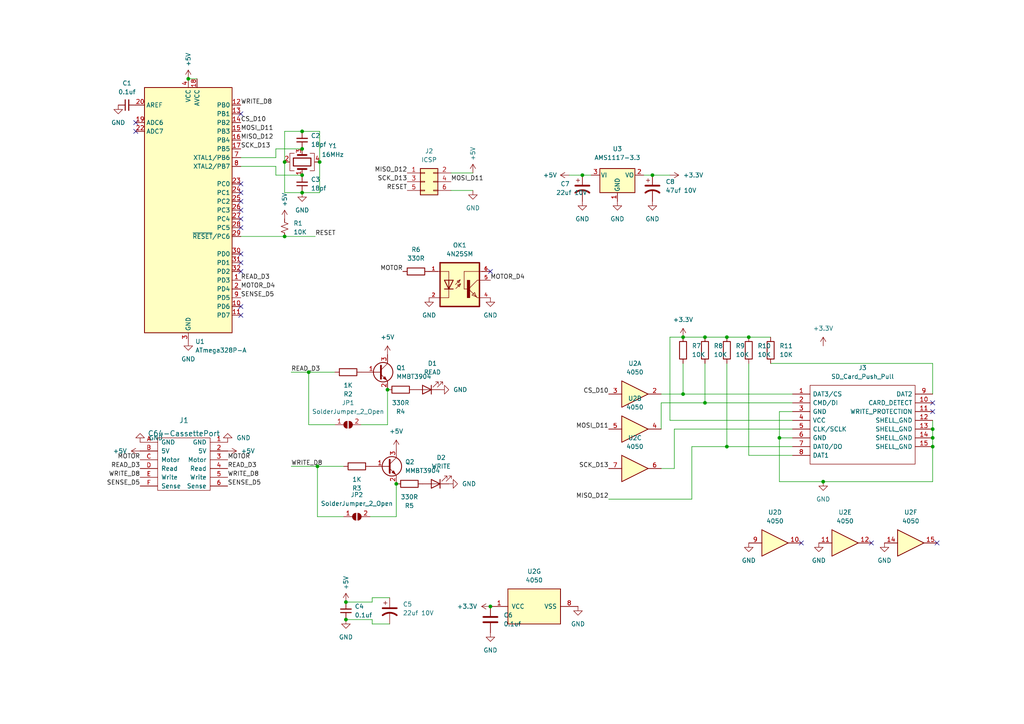
<source format=kicad_sch>
(kicad_sch (version 20230121) (generator eeschema)

  (uuid 163d4287-7276-444e-b8da-db04cfc3db51)

  (paper "A4")

  (title_block
    (title "Tapecart SD Vertical SMD")
    (date "2023-10-07")
    (rev "v1.0")
  )

  (lib_symbols
    (symbol "4N25SM:4N25SM" (pin_names (offset 1.016) hide) (in_bom yes) (on_board yes)
      (property "Reference" "OK" (at -6.985 5.715 0)
        (effects (font (size 1.27 1.27)) (justify left bottom))
      )
      (property "Value" "4N25SM" (at -6.985 -10.1854 0)
        (effects (font (size 1.27 1.27)) (justify left bottom))
      )
      (property "Footprint" "DIL6-SMD" (at 0 0 0)
        (effects (font (size 1.27 1.27)) (justify left bottom) hide)
      )
      (property "Datasheet" "" (at 0 0 0)
        (effects (font (size 1.27 1.27)) (justify left bottom) hide)
      )
      (property "ki_locked" "" (at 0 0 0)
        (effects (font (size 1.27 1.27)))
      )
      (symbol "4N25SM_0_0"
        (rectangle (start -6.985 -7.62) (end 4.445 5.08)
          (stroke (width 0.4064) (type default))
          (fill (type background))
        )
        (polyline
          (pts
            (xy -7.62 2.54)
            (xy -4.445 2.54)
          )
          (stroke (width 0.1524) (type default))
          (fill (type none))
        )
        (polyline
          (pts
            (xy -4.445 -5.08)
            (xy -7.62 -5.08)
          )
          (stroke (width 0.1524) (type default))
          (fill (type none))
        )
        (polyline
          (pts
            (xy -4.445 -2.54)
            (xy -5.715 -2.54)
          )
          (stroke (width 0.254) (type default))
          (fill (type none))
        )
        (polyline
          (pts
            (xy -4.445 -2.54)
            (xy -5.715 0)
          )
          (stroke (width 0.254) (type default))
          (fill (type none))
        )
        (polyline
          (pts
            (xy -4.445 -2.54)
            (xy -4.445 -5.08)
          )
          (stroke (width 0.1524) (type default))
          (fill (type none))
        )
        (polyline
          (pts
            (xy -4.445 0)
            (xy -5.715 0)
          )
          (stroke (width 0.254) (type default))
          (fill (type none))
        )
        (polyline
          (pts
            (xy -4.445 0)
            (xy -4.445 -2.54)
          )
          (stroke (width 0.254) (type default))
          (fill (type none))
        )
        (polyline
          (pts
            (xy -4.445 2.54)
            (xy -4.445 0)
          )
          (stroke (width 0.1524) (type default))
          (fill (type none))
        )
        (polyline
          (pts
            (xy -3.175 -2.54)
            (xy -4.445 -2.54)
          )
          (stroke (width 0.254) (type default))
          (fill (type none))
        )
        (polyline
          (pts
            (xy -3.175 0)
            (xy -4.445 -2.54)
          )
          (stroke (width 0.254) (type default))
          (fill (type none))
        )
        (polyline
          (pts
            (xy -3.175 0)
            (xy -4.445 0)
          )
          (stroke (width 0.254) (type default))
          (fill (type none))
        )
        (polyline
          (pts
            (xy -2.54 -1.27)
            (xy -1.143 0.127)
          )
          (stroke (width 0.1524) (type default))
          (fill (type none))
        )
        (polyline
          (pts
            (xy -2.413 -2.413)
            (xy -1.016 -1.016)
          )
          (stroke (width 0.1524) (type default))
          (fill (type none))
        )
        (polyline
          (pts
            (xy -2.032 -0.254)
            (xy -1.524 -0.762)
          )
          (stroke (width 0.1524) (type default))
          (fill (type none))
        )
        (polyline
          (pts
            (xy -1.905 -1.397)
            (xy -1.397 -1.905)
          )
          (stroke (width 0.1524) (type default))
          (fill (type none))
        )
        (polyline
          (pts
            (xy -1.524 -0.762)
            (xy -1.143 0.127)
          )
          (stroke (width 0.1524) (type default))
          (fill (type none))
        )
        (polyline
          (pts
            (xy -1.397 -1.905)
            (xy -1.016 -1.016)
          )
          (stroke (width 0.1524) (type default))
          (fill (type none))
        )
        (polyline
          (pts
            (xy -1.143 0.127)
            (xy -2.032 -0.254)
          )
          (stroke (width 0.1524) (type default))
          (fill (type none))
        )
        (polyline
          (pts
            (xy -1.016 -1.016)
            (xy -1.905 -1.397)
          )
          (stroke (width 0.1524) (type default))
          (fill (type none))
        )
        (polyline
          (pts
            (xy 0 -2.54)
            (xy 0 2.54)
          )
          (stroke (width 0.1524) (type default))
          (fill (type none))
        )
        (polyline
          (pts
            (xy 0 -2.54)
            (xy 1.016 -2.54)
          )
          (stroke (width 0.1524) (type default))
          (fill (type none))
        )
        (polyline
          (pts
            (xy 0 2.54)
            (xy 5.08 2.54)
          )
          (stroke (width 0.1524) (type default))
          (fill (type none))
        )
        (polyline
          (pts
            (xy 1.27 -2.54)
            (xy 3.556 -4.826)
          )
          (stroke (width 0.1524) (type default))
          (fill (type none))
        )
        (polyline
          (pts
            (xy 2.286 -4.318)
            (xy 3.048 -3.556)
          )
          (stroke (width 0.1524) (type default))
          (fill (type none))
        )
        (polyline
          (pts
            (xy 3.048 -3.556)
            (xy 3.556 -4.826)
          )
          (stroke (width 0.1524) (type default))
          (fill (type none))
        )
        (polyline
          (pts
            (xy 3.556 -4.826)
            (xy 2.286 -4.318)
          )
          (stroke (width 0.1524) (type default))
          (fill (type none))
        )
        (polyline
          (pts
            (xy 3.556 -4.826)
            (xy 3.81 -5.08)
          )
          (stroke (width 0.1524) (type default))
          (fill (type none))
        )
        (polyline
          (pts
            (xy 3.81 -5.08)
            (xy 5.08 -5.08)
          )
          (stroke (width 0.1524) (type default))
          (fill (type none))
        )
        (polyline
          (pts
            (xy 3.81 0)
            (xy 1.27 -2.54)
          )
          (stroke (width 0.1524) (type default))
          (fill (type none))
        )
        (polyline
          (pts
            (xy 3.81 0)
            (xy 5.08 0)
          )
          (stroke (width 0.1524) (type default))
          (fill (type none))
        )
        (rectangle (start 0.889 -5.08) (end 1.651 0)
          (stroke (width 0) (type default))
          (fill (type outline))
        )
        (pin passive line (at -10.16 2.54 0) (length 2.54)
          (name "~" (effects (font (size 1.016 1.016))))
          (number "1" (effects (font (size 1.016 1.016))))
        )
        (pin passive line (at -10.16 -5.08 0) (length 2.54)
          (name "~" (effects (font (size 1.016 1.016))))
          (number "2" (effects (font (size 1.016 1.016))))
        )
        (pin passive line (at 7.62 -5.08 180) (length 2.54)
          (name "~" (effects (font (size 1.016 1.016))))
          (number "4" (effects (font (size 1.016 1.016))))
        )
        (pin passive line (at 7.62 0 180) (length 2.54)
          (name "~" (effects (font (size 1.016 1.016))))
          (number "5" (effects (font (size 1.016 1.016))))
        )
        (pin passive line (at 7.62 2.54 180) (length 2.54)
          (name "~" (effects (font (size 1.016 1.016))))
          (number "6" (effects (font (size 1.016 1.016))))
        )
      )
    )
    (symbol "4xxx:4050" (pin_names (offset 1.016)) (in_bom yes) (on_board yes)
      (property "Reference" "U" (at 0 1.27 0)
        (effects (font (size 1.27 1.27)))
      )
      (property "Value" "4050" (at 0 -1.27 0)
        (effects (font (size 1.27 1.27)))
      )
      (property "Footprint" "" (at 0 0 0)
        (effects (font (size 1.27 1.27)) hide)
      )
      (property "Datasheet" "http://www.intersil.com/content/dam/intersil/documents/cd40/cd4050bms.pdf" (at 0 0 0)
        (effects (font (size 1.27 1.27)) hide)
      )
      (property "ki_locked" "" (at 0 0 0)
        (effects (font (size 1.27 1.27)))
      )
      (property "ki_keywords" "CMOS BUFFER" (at 0 0 0)
        (effects (font (size 1.27 1.27)) hide)
      )
      (property "ki_description" "Hex Buffer" (at 0 0 0)
        (effects (font (size 1.27 1.27)) hide)
      )
      (property "ki_fp_filters" "DIP?16*" (at 0 0 0)
        (effects (font (size 1.27 1.27)) hide)
      )
      (symbol "4050_1_0"
        (polyline
          (pts
            (xy -3.81 3.81)
            (xy -3.81 -3.81)
            (xy 3.81 0)
            (xy -3.81 3.81)
          )
          (stroke (width 0.254) (type default))
          (fill (type background))
        )
        (pin output line (at 7.62 0 180) (length 3.81)
          (name "~" (effects (font (size 1.27 1.27))))
          (number "2" (effects (font (size 1.27 1.27))))
        )
        (pin input line (at -7.62 0 0) (length 3.81)
          (name "~" (effects (font (size 1.27 1.27))))
          (number "3" (effects (font (size 1.27 1.27))))
        )
      )
      (symbol "4050_2_0"
        (polyline
          (pts
            (xy -3.81 3.81)
            (xy -3.81 -3.81)
            (xy 3.81 0)
            (xy -3.81 3.81)
          )
          (stroke (width 0.254) (type default))
          (fill (type background))
        )
        (pin output line (at 7.62 0 180) (length 3.81)
          (name "~" (effects (font (size 1.27 1.27))))
          (number "4" (effects (font (size 1.27 1.27))))
        )
        (pin input line (at -7.62 0 0) (length 3.81)
          (name "~" (effects (font (size 1.27 1.27))))
          (number "5" (effects (font (size 1.27 1.27))))
        )
      )
      (symbol "4050_3_0"
        (polyline
          (pts
            (xy -3.81 3.81)
            (xy -3.81 -3.81)
            (xy 3.81 0)
            (xy -3.81 3.81)
          )
          (stroke (width 0.254) (type default))
          (fill (type background))
        )
        (pin output line (at 7.62 0 180) (length 3.81)
          (name "~" (effects (font (size 1.27 1.27))))
          (number "6" (effects (font (size 1.27 1.27))))
        )
        (pin input line (at -7.62 0 0) (length 3.81)
          (name "~" (effects (font (size 1.27 1.27))))
          (number "7" (effects (font (size 1.27 1.27))))
        )
      )
      (symbol "4050_4_0"
        (polyline
          (pts
            (xy -3.81 3.81)
            (xy -3.81 -3.81)
            (xy 3.81 0)
            (xy -3.81 3.81)
          )
          (stroke (width 0.254) (type default))
          (fill (type background))
        )
        (pin output line (at 7.62 0 180) (length 3.81)
          (name "~" (effects (font (size 1.27 1.27))))
          (number "10" (effects (font (size 1.27 1.27))))
        )
        (pin input line (at -7.62 0 0) (length 3.81)
          (name "~" (effects (font (size 1.27 1.27))))
          (number "9" (effects (font (size 1.27 1.27))))
        )
      )
      (symbol "4050_5_0"
        (polyline
          (pts
            (xy -3.81 3.81)
            (xy -3.81 -3.81)
            (xy 3.81 0)
            (xy -3.81 3.81)
          )
          (stroke (width 0.254) (type default))
          (fill (type background))
        )
        (pin input line (at -7.62 0 0) (length 3.81)
          (name "~" (effects (font (size 1.27 1.27))))
          (number "11" (effects (font (size 1.27 1.27))))
        )
        (pin output line (at 7.62 0 180) (length 3.81)
          (name "~" (effects (font (size 1.27 1.27))))
          (number "12" (effects (font (size 1.27 1.27))))
        )
      )
      (symbol "4050_6_0"
        (polyline
          (pts
            (xy -3.81 3.81)
            (xy -3.81 -3.81)
            (xy 3.81 0)
            (xy -3.81 3.81)
          )
          (stroke (width 0.254) (type default))
          (fill (type background))
        )
        (pin input line (at -7.62 0 0) (length 3.81)
          (name "~" (effects (font (size 1.27 1.27))))
          (number "14" (effects (font (size 1.27 1.27))))
        )
        (pin output line (at 7.62 0 180) (length 3.81)
          (name "~" (effects (font (size 1.27 1.27))))
          (number "15" (effects (font (size 1.27 1.27))))
        )
      )
      (symbol "4050_7_0"
        (pin power_in line (at 0 12.7 270) (length 5.08)
          (name "VCC" (effects (font (size 1.27 1.27))))
          (number "1" (effects (font (size 1.27 1.27))))
        )
        (pin power_in line (at 0 -12.7 90) (length 5.08)
          (name "VSS" (effects (font (size 1.27 1.27))))
          (number "8" (effects (font (size 1.27 1.27))))
        )
      )
      (symbol "4050_7_1"
        (rectangle (start -5.08 7.62) (end 5.08 -7.62)
          (stroke (width 0.254) (type default))
          (fill (type background))
        )
      )
    )
    (symbol "Connector_Generic:Conn_02x03_Odd_Even" (pin_names (offset 1.016) hide) (in_bom yes) (on_board yes)
      (property "Reference" "J" (at 1.27 5.08 0)
        (effects (font (size 1.27 1.27)))
      )
      (property "Value" "Conn_02x03_Odd_Even" (at 1.27 -5.08 0)
        (effects (font (size 1.27 1.27)))
      )
      (property "Footprint" "" (at 0 0 0)
        (effects (font (size 1.27 1.27)) hide)
      )
      (property "Datasheet" "~" (at 0 0 0)
        (effects (font (size 1.27 1.27)) hide)
      )
      (property "ki_keywords" "connector" (at 0 0 0)
        (effects (font (size 1.27 1.27)) hide)
      )
      (property "ki_description" "Generic connector, double row, 02x03, odd/even pin numbering scheme (row 1 odd numbers, row 2 even numbers), script generated (kicad-library-utils/schlib/autogen/connector/)" (at 0 0 0)
        (effects (font (size 1.27 1.27)) hide)
      )
      (property "ki_fp_filters" "Connector*:*_2x??_*" (at 0 0 0)
        (effects (font (size 1.27 1.27)) hide)
      )
      (symbol "Conn_02x03_Odd_Even_1_1"
        (rectangle (start -1.27 -2.413) (end 0 -2.667)
          (stroke (width 0.1524) (type default))
          (fill (type none))
        )
        (rectangle (start -1.27 0.127) (end 0 -0.127)
          (stroke (width 0.1524) (type default))
          (fill (type none))
        )
        (rectangle (start -1.27 2.667) (end 0 2.413)
          (stroke (width 0.1524) (type default))
          (fill (type none))
        )
        (rectangle (start -1.27 3.81) (end 3.81 -3.81)
          (stroke (width 0.254) (type default))
          (fill (type background))
        )
        (rectangle (start 3.81 -2.413) (end 2.54 -2.667)
          (stroke (width 0.1524) (type default))
          (fill (type none))
        )
        (rectangle (start 3.81 0.127) (end 2.54 -0.127)
          (stroke (width 0.1524) (type default))
          (fill (type none))
        )
        (rectangle (start 3.81 2.667) (end 2.54 2.413)
          (stroke (width 0.1524) (type default))
          (fill (type none))
        )
        (pin passive line (at -5.08 2.54 0) (length 3.81)
          (name "Pin_1" (effects (font (size 1.27 1.27))))
          (number "1" (effects (font (size 1.27 1.27))))
        )
        (pin passive line (at 7.62 2.54 180) (length 3.81)
          (name "Pin_2" (effects (font (size 1.27 1.27))))
          (number "2" (effects (font (size 1.27 1.27))))
        )
        (pin passive line (at -5.08 0 0) (length 3.81)
          (name "Pin_3" (effects (font (size 1.27 1.27))))
          (number "3" (effects (font (size 1.27 1.27))))
        )
        (pin passive line (at 7.62 0 180) (length 3.81)
          (name "Pin_4" (effects (font (size 1.27 1.27))))
          (number "4" (effects (font (size 1.27 1.27))))
        )
        (pin passive line (at -5.08 -2.54 0) (length 3.81)
          (name "Pin_5" (effects (font (size 1.27 1.27))))
          (number "5" (effects (font (size 1.27 1.27))))
        )
        (pin passive line (at 7.62 -2.54 180) (length 3.81)
          (name "Pin_6" (effects (font (size 1.27 1.27))))
          (number "6" (effects (font (size 1.27 1.27))))
        )
      )
    )
    (symbol "Device:C" (pin_numbers hide) (pin_names (offset 0.254)) (in_bom yes) (on_board yes)
      (property "Reference" "C" (at 0.635 2.54 0)
        (effects (font (size 1.27 1.27)) (justify left))
      )
      (property "Value" "C" (at 0.635 -2.54 0)
        (effects (font (size 1.27 1.27)) (justify left))
      )
      (property "Footprint" "" (at 0.9652 -3.81 0)
        (effects (font (size 1.27 1.27)) hide)
      )
      (property "Datasheet" "~" (at 0 0 0)
        (effects (font (size 1.27 1.27)) hide)
      )
      (property "ki_keywords" "cap capacitor" (at 0 0 0)
        (effects (font (size 1.27 1.27)) hide)
      )
      (property "ki_description" "Unpolarized capacitor" (at 0 0 0)
        (effects (font (size 1.27 1.27)) hide)
      )
      (property "ki_fp_filters" "C_*" (at 0 0 0)
        (effects (font (size 1.27 1.27)) hide)
      )
      (symbol "C_0_1"
        (polyline
          (pts
            (xy -2.032 -0.762)
            (xy 2.032 -0.762)
          )
          (stroke (width 0.508) (type default))
          (fill (type none))
        )
        (polyline
          (pts
            (xy -2.032 0.762)
            (xy 2.032 0.762)
          )
          (stroke (width 0.508) (type default))
          (fill (type none))
        )
      )
      (symbol "C_1_1"
        (pin passive line (at 0 3.81 270) (length 2.794)
          (name "~" (effects (font (size 1.27 1.27))))
          (number "1" (effects (font (size 1.27 1.27))))
        )
        (pin passive line (at 0 -3.81 90) (length 2.794)
          (name "~" (effects (font (size 1.27 1.27))))
          (number "2" (effects (font (size 1.27 1.27))))
        )
      )
    )
    (symbol "Device:C_Polarized_US" (pin_numbers hide) (pin_names (offset 0.254) hide) (in_bom yes) (on_board yes)
      (property "Reference" "C" (at 0.635 2.54 0)
        (effects (font (size 1.27 1.27)) (justify left))
      )
      (property "Value" "C_Polarized_US" (at 0.635 -2.54 0)
        (effects (font (size 1.27 1.27)) (justify left))
      )
      (property "Footprint" "" (at 0 0 0)
        (effects (font (size 1.27 1.27)) hide)
      )
      (property "Datasheet" "~" (at 0 0 0)
        (effects (font (size 1.27 1.27)) hide)
      )
      (property "ki_keywords" "cap capacitor" (at 0 0 0)
        (effects (font (size 1.27 1.27)) hide)
      )
      (property "ki_description" "Polarized capacitor, US symbol" (at 0 0 0)
        (effects (font (size 1.27 1.27)) hide)
      )
      (property "ki_fp_filters" "CP_*" (at 0 0 0)
        (effects (font (size 1.27 1.27)) hide)
      )
      (symbol "C_Polarized_US_0_1"
        (polyline
          (pts
            (xy -2.032 0.762)
            (xy 2.032 0.762)
          )
          (stroke (width 0.508) (type default))
          (fill (type none))
        )
        (polyline
          (pts
            (xy -1.778 2.286)
            (xy -0.762 2.286)
          )
          (stroke (width 0) (type default))
          (fill (type none))
        )
        (polyline
          (pts
            (xy -1.27 1.778)
            (xy -1.27 2.794)
          )
          (stroke (width 0) (type default))
          (fill (type none))
        )
        (arc (start 2.032 -1.27) (mid 0 -0.5572) (end -2.032 -1.27)
          (stroke (width 0.508) (type default))
          (fill (type none))
        )
      )
      (symbol "C_Polarized_US_1_1"
        (pin passive line (at 0 3.81 270) (length 2.794)
          (name "~" (effects (font (size 1.27 1.27))))
          (number "1" (effects (font (size 1.27 1.27))))
        )
        (pin passive line (at 0 -3.81 90) (length 3.302)
          (name "~" (effects (font (size 1.27 1.27))))
          (number "2" (effects (font (size 1.27 1.27))))
        )
      )
    )
    (symbol "Device:C_Small" (pin_numbers hide) (pin_names (offset 0.254) hide) (in_bom yes) (on_board yes)
      (property "Reference" "C" (at 0.254 1.778 0)
        (effects (font (size 1.27 1.27)) (justify left))
      )
      (property "Value" "C_Small" (at 0.254 -2.032 0)
        (effects (font (size 1.27 1.27)) (justify left))
      )
      (property "Footprint" "" (at 0 0 0)
        (effects (font (size 1.27 1.27)) hide)
      )
      (property "Datasheet" "~" (at 0 0 0)
        (effects (font (size 1.27 1.27)) hide)
      )
      (property "ki_keywords" "capacitor cap" (at 0 0 0)
        (effects (font (size 1.27 1.27)) hide)
      )
      (property "ki_description" "Unpolarized capacitor, small symbol" (at 0 0 0)
        (effects (font (size 1.27 1.27)) hide)
      )
      (property "ki_fp_filters" "C_*" (at 0 0 0)
        (effects (font (size 1.27 1.27)) hide)
      )
      (symbol "C_Small_0_1"
        (polyline
          (pts
            (xy -1.524 -0.508)
            (xy 1.524 -0.508)
          )
          (stroke (width 0.3302) (type default))
          (fill (type none))
        )
        (polyline
          (pts
            (xy -1.524 0.508)
            (xy 1.524 0.508)
          )
          (stroke (width 0.3048) (type default))
          (fill (type none))
        )
      )
      (symbol "C_Small_1_1"
        (pin passive line (at 0 2.54 270) (length 2.032)
          (name "~" (effects (font (size 1.27 1.27))))
          (number "1" (effects (font (size 1.27 1.27))))
        )
        (pin passive line (at 0 -2.54 90) (length 2.032)
          (name "~" (effects (font (size 1.27 1.27))))
          (number "2" (effects (font (size 1.27 1.27))))
        )
      )
    )
    (symbol "Device:Crystal_GND24" (pin_names (offset 1.016) hide) (in_bom yes) (on_board yes)
      (property "Reference" "Y" (at 3.175 5.08 0)
        (effects (font (size 1.27 1.27)) (justify left))
      )
      (property "Value" "Crystal_GND24" (at 3.175 3.175 0)
        (effects (font (size 1.27 1.27)) (justify left))
      )
      (property "Footprint" "" (at 0 0 0)
        (effects (font (size 1.27 1.27)) hide)
      )
      (property "Datasheet" "~" (at 0 0 0)
        (effects (font (size 1.27 1.27)) hide)
      )
      (property "ki_keywords" "quartz ceramic resonator oscillator" (at 0 0 0)
        (effects (font (size 1.27 1.27)) hide)
      )
      (property "ki_description" "Four pin crystal, GND on pins 2 and 4" (at 0 0 0)
        (effects (font (size 1.27 1.27)) hide)
      )
      (property "ki_fp_filters" "Crystal*" (at 0 0 0)
        (effects (font (size 1.27 1.27)) hide)
      )
      (symbol "Crystal_GND24_0_1"
        (rectangle (start -1.143 2.54) (end 1.143 -2.54)
          (stroke (width 0.3048) (type default))
          (fill (type none))
        )
        (polyline
          (pts
            (xy -2.54 0)
            (xy -2.032 0)
          )
          (stroke (width 0) (type default))
          (fill (type none))
        )
        (polyline
          (pts
            (xy -2.032 -1.27)
            (xy -2.032 1.27)
          )
          (stroke (width 0.508) (type default))
          (fill (type none))
        )
        (polyline
          (pts
            (xy 0 -3.81)
            (xy 0 -3.556)
          )
          (stroke (width 0) (type default))
          (fill (type none))
        )
        (polyline
          (pts
            (xy 0 3.556)
            (xy 0 3.81)
          )
          (stroke (width 0) (type default))
          (fill (type none))
        )
        (polyline
          (pts
            (xy 2.032 -1.27)
            (xy 2.032 1.27)
          )
          (stroke (width 0.508) (type default))
          (fill (type none))
        )
        (polyline
          (pts
            (xy 2.032 0)
            (xy 2.54 0)
          )
          (stroke (width 0) (type default))
          (fill (type none))
        )
        (polyline
          (pts
            (xy -2.54 -2.286)
            (xy -2.54 -3.556)
            (xy 2.54 -3.556)
            (xy 2.54 -2.286)
          )
          (stroke (width 0) (type default))
          (fill (type none))
        )
        (polyline
          (pts
            (xy -2.54 2.286)
            (xy -2.54 3.556)
            (xy 2.54 3.556)
            (xy 2.54 2.286)
          )
          (stroke (width 0) (type default))
          (fill (type none))
        )
      )
      (symbol "Crystal_GND24_1_1"
        (pin passive line (at -3.81 0 0) (length 1.27)
          (name "1" (effects (font (size 1.27 1.27))))
          (number "1" (effects (font (size 1.27 1.27))))
        )
        (pin passive line (at 0 5.08 270) (length 1.27)
          (name "2" (effects (font (size 1.27 1.27))))
          (number "2" (effects (font (size 1.27 1.27))))
        )
        (pin passive line (at 3.81 0 180) (length 1.27)
          (name "3" (effects (font (size 1.27 1.27))))
          (number "3" (effects (font (size 1.27 1.27))))
        )
        (pin passive line (at 0 -5.08 90) (length 1.27)
          (name "4" (effects (font (size 1.27 1.27))))
          (number "4" (effects (font (size 1.27 1.27))))
        )
      )
    )
    (symbol "Device:LED" (pin_numbers hide) (pin_names (offset 1.016) hide) (in_bom yes) (on_board yes)
      (property "Reference" "D" (at 0 2.54 0)
        (effects (font (size 1.27 1.27)))
      )
      (property "Value" "LED" (at 0 -2.54 0)
        (effects (font (size 1.27 1.27)))
      )
      (property "Footprint" "" (at 0 0 0)
        (effects (font (size 1.27 1.27)) hide)
      )
      (property "Datasheet" "~" (at 0 0 0)
        (effects (font (size 1.27 1.27)) hide)
      )
      (property "ki_keywords" "LED diode" (at 0 0 0)
        (effects (font (size 1.27 1.27)) hide)
      )
      (property "ki_description" "Light emitting diode" (at 0 0 0)
        (effects (font (size 1.27 1.27)) hide)
      )
      (property "ki_fp_filters" "LED* LED_SMD:* LED_THT:*" (at 0 0 0)
        (effects (font (size 1.27 1.27)) hide)
      )
      (symbol "LED_0_1"
        (polyline
          (pts
            (xy -1.27 -1.27)
            (xy -1.27 1.27)
          )
          (stroke (width 0.254) (type default))
          (fill (type none))
        )
        (polyline
          (pts
            (xy -1.27 0)
            (xy 1.27 0)
          )
          (stroke (width 0) (type default))
          (fill (type none))
        )
        (polyline
          (pts
            (xy 1.27 -1.27)
            (xy 1.27 1.27)
            (xy -1.27 0)
            (xy 1.27 -1.27)
          )
          (stroke (width 0.254) (type default))
          (fill (type none))
        )
        (polyline
          (pts
            (xy -3.048 -0.762)
            (xy -4.572 -2.286)
            (xy -3.81 -2.286)
            (xy -4.572 -2.286)
            (xy -4.572 -1.524)
          )
          (stroke (width 0) (type default))
          (fill (type none))
        )
        (polyline
          (pts
            (xy -1.778 -0.762)
            (xy -3.302 -2.286)
            (xy -2.54 -2.286)
            (xy -3.302 -2.286)
            (xy -3.302 -1.524)
          )
          (stroke (width 0) (type default))
          (fill (type none))
        )
      )
      (symbol "LED_1_1"
        (pin passive line (at -3.81 0 0) (length 2.54)
          (name "K" (effects (font (size 1.27 1.27))))
          (number "1" (effects (font (size 1.27 1.27))))
        )
        (pin passive line (at 3.81 0 180) (length 2.54)
          (name "A" (effects (font (size 1.27 1.27))))
          (number "2" (effects (font (size 1.27 1.27))))
        )
      )
    )
    (symbol "Device:R" (pin_numbers hide) (pin_names (offset 0)) (in_bom yes) (on_board yes)
      (property "Reference" "R" (at 2.032 0 90)
        (effects (font (size 1.27 1.27)))
      )
      (property "Value" "R" (at 0 0 90)
        (effects (font (size 1.27 1.27)))
      )
      (property "Footprint" "" (at -1.778 0 90)
        (effects (font (size 1.27 1.27)) hide)
      )
      (property "Datasheet" "~" (at 0 0 0)
        (effects (font (size 1.27 1.27)) hide)
      )
      (property "ki_keywords" "R res resistor" (at 0 0 0)
        (effects (font (size 1.27 1.27)) hide)
      )
      (property "ki_description" "Resistor" (at 0 0 0)
        (effects (font (size 1.27 1.27)) hide)
      )
      (property "ki_fp_filters" "R_*" (at 0 0 0)
        (effects (font (size 1.27 1.27)) hide)
      )
      (symbol "R_0_1"
        (rectangle (start -1.016 -2.54) (end 1.016 2.54)
          (stroke (width 0.254) (type default))
          (fill (type none))
        )
      )
      (symbol "R_1_1"
        (pin passive line (at 0 3.81 270) (length 1.27)
          (name "~" (effects (font (size 1.27 1.27))))
          (number "1" (effects (font (size 1.27 1.27))))
        )
        (pin passive line (at 0 -3.81 90) (length 1.27)
          (name "~" (effects (font (size 1.27 1.27))))
          (number "2" (effects (font (size 1.27 1.27))))
        )
      )
    )
    (symbol "Device:R_Small_US" (pin_numbers hide) (pin_names (offset 0.254) hide) (in_bom yes) (on_board yes)
      (property "Reference" "R" (at 0.762 0.508 0)
        (effects (font (size 1.27 1.27)) (justify left))
      )
      (property "Value" "R_Small_US" (at 0.762 -1.016 0)
        (effects (font (size 1.27 1.27)) (justify left))
      )
      (property "Footprint" "" (at 0 0 0)
        (effects (font (size 1.27 1.27)) hide)
      )
      (property "Datasheet" "~" (at 0 0 0)
        (effects (font (size 1.27 1.27)) hide)
      )
      (property "ki_keywords" "r resistor" (at 0 0 0)
        (effects (font (size 1.27 1.27)) hide)
      )
      (property "ki_description" "Resistor, small US symbol" (at 0 0 0)
        (effects (font (size 1.27 1.27)) hide)
      )
      (property "ki_fp_filters" "R_*" (at 0 0 0)
        (effects (font (size 1.27 1.27)) hide)
      )
      (symbol "R_Small_US_1_1"
        (polyline
          (pts
            (xy 0 0)
            (xy 1.016 -0.381)
            (xy 0 -0.762)
            (xy -1.016 -1.143)
            (xy 0 -1.524)
          )
          (stroke (width 0) (type default))
          (fill (type none))
        )
        (polyline
          (pts
            (xy 0 1.524)
            (xy 1.016 1.143)
            (xy 0 0.762)
            (xy -1.016 0.381)
            (xy 0 0)
          )
          (stroke (width 0) (type default))
          (fill (type none))
        )
        (pin passive line (at 0 2.54 270) (length 1.016)
          (name "~" (effects (font (size 1.27 1.27))))
          (number "1" (effects (font (size 1.27 1.27))))
        )
        (pin passive line (at 0 -2.54 90) (length 1.016)
          (name "~" (effects (font (size 1.27 1.27))))
          (number "2" (effects (font (size 1.27 1.27))))
        )
      )
    )
    (symbol "Jumper:SolderJumper_2_Open" (pin_names (offset 0) hide) (in_bom yes) (on_board yes)
      (property "Reference" "JP" (at 0 2.032 0)
        (effects (font (size 1.27 1.27)))
      )
      (property "Value" "SolderJumper_2_Open" (at 0 -2.54 0)
        (effects (font (size 1.27 1.27)))
      )
      (property "Footprint" "" (at 0 0 0)
        (effects (font (size 1.27 1.27)) hide)
      )
      (property "Datasheet" "~" (at 0 0 0)
        (effects (font (size 1.27 1.27)) hide)
      )
      (property "ki_keywords" "solder jumper SPST" (at 0 0 0)
        (effects (font (size 1.27 1.27)) hide)
      )
      (property "ki_description" "Solder Jumper, 2-pole, open" (at 0 0 0)
        (effects (font (size 1.27 1.27)) hide)
      )
      (property "ki_fp_filters" "SolderJumper*Open*" (at 0 0 0)
        (effects (font (size 1.27 1.27)) hide)
      )
      (symbol "SolderJumper_2_Open_0_1"
        (arc (start -0.254 1.016) (mid -1.2656 0) (end -0.254 -1.016)
          (stroke (width 0) (type default))
          (fill (type none))
        )
        (arc (start -0.254 1.016) (mid -1.2656 0) (end -0.254 -1.016)
          (stroke (width 0) (type default))
          (fill (type outline))
        )
        (polyline
          (pts
            (xy -0.254 1.016)
            (xy -0.254 -1.016)
          )
          (stroke (width 0) (type default))
          (fill (type none))
        )
        (polyline
          (pts
            (xy 0.254 1.016)
            (xy 0.254 -1.016)
          )
          (stroke (width 0) (type default))
          (fill (type none))
        )
        (arc (start 0.254 -1.016) (mid 1.2656 0) (end 0.254 1.016)
          (stroke (width 0) (type default))
          (fill (type none))
        )
        (arc (start 0.254 -1.016) (mid 1.2656 0) (end 0.254 1.016)
          (stroke (width 0) (type default))
          (fill (type outline))
        )
      )
      (symbol "SolderJumper_2_Open_1_1"
        (pin passive line (at -3.81 0 0) (length 2.54)
          (name "A" (effects (font (size 1.27 1.27))))
          (number "1" (effects (font (size 1.27 1.27))))
        )
        (pin passive line (at 3.81 0 180) (length 2.54)
          (name "B" (effects (font (size 1.27 1.27))))
          (number "2" (effects (font (size 1.27 1.27))))
        )
      )
    )
    (symbol "MCU_Microchip_ATmega:ATmega328P-A" (in_bom yes) (on_board yes)
      (property "Reference" "U" (at -12.7 36.83 0)
        (effects (font (size 1.27 1.27)) (justify left bottom))
      )
      (property "Value" "ATmega328P-A" (at 2.54 -36.83 0)
        (effects (font (size 1.27 1.27)) (justify left top))
      )
      (property "Footprint" "Package_QFP:TQFP-32_7x7mm_P0.8mm" (at 0 0 0)
        (effects (font (size 1.27 1.27) italic) hide)
      )
      (property "Datasheet" "http://ww1.microchip.com/downloads/en/DeviceDoc/ATmega328_P%20AVR%20MCU%20with%20picoPower%20Technology%20Data%20Sheet%2040001984A.pdf" (at 0 0 0)
        (effects (font (size 1.27 1.27)) hide)
      )
      (property "ki_keywords" "AVR 8bit Microcontroller MegaAVR PicoPower" (at 0 0 0)
        (effects (font (size 1.27 1.27)) hide)
      )
      (property "ki_description" "20MHz, 32kB Flash, 2kB SRAM, 1kB EEPROM, TQFP-32" (at 0 0 0)
        (effects (font (size 1.27 1.27)) hide)
      )
      (property "ki_fp_filters" "TQFP*7x7mm*P0.8mm*" (at 0 0 0)
        (effects (font (size 1.27 1.27)) hide)
      )
      (symbol "ATmega328P-A_0_1"
        (rectangle (start -12.7 -35.56) (end 12.7 35.56)
          (stroke (width 0.254) (type default))
          (fill (type background))
        )
      )
      (symbol "ATmega328P-A_1_1"
        (pin bidirectional line (at 15.24 -20.32 180) (length 2.54)
          (name "PD3" (effects (font (size 1.27 1.27))))
          (number "1" (effects (font (size 1.27 1.27))))
        )
        (pin bidirectional line (at 15.24 -27.94 180) (length 2.54)
          (name "PD6" (effects (font (size 1.27 1.27))))
          (number "10" (effects (font (size 1.27 1.27))))
        )
        (pin bidirectional line (at 15.24 -30.48 180) (length 2.54)
          (name "PD7" (effects (font (size 1.27 1.27))))
          (number "11" (effects (font (size 1.27 1.27))))
        )
        (pin bidirectional line (at 15.24 30.48 180) (length 2.54)
          (name "PB0" (effects (font (size 1.27 1.27))))
          (number "12" (effects (font (size 1.27 1.27))))
        )
        (pin bidirectional line (at 15.24 27.94 180) (length 2.54)
          (name "PB1" (effects (font (size 1.27 1.27))))
          (number "13" (effects (font (size 1.27 1.27))))
        )
        (pin bidirectional line (at 15.24 25.4 180) (length 2.54)
          (name "PB2" (effects (font (size 1.27 1.27))))
          (number "14" (effects (font (size 1.27 1.27))))
        )
        (pin bidirectional line (at 15.24 22.86 180) (length 2.54)
          (name "PB3" (effects (font (size 1.27 1.27))))
          (number "15" (effects (font (size 1.27 1.27))))
        )
        (pin bidirectional line (at 15.24 20.32 180) (length 2.54)
          (name "PB4" (effects (font (size 1.27 1.27))))
          (number "16" (effects (font (size 1.27 1.27))))
        )
        (pin bidirectional line (at 15.24 17.78 180) (length 2.54)
          (name "PB5" (effects (font (size 1.27 1.27))))
          (number "17" (effects (font (size 1.27 1.27))))
        )
        (pin power_in line (at 2.54 38.1 270) (length 2.54)
          (name "AVCC" (effects (font (size 1.27 1.27))))
          (number "18" (effects (font (size 1.27 1.27))))
        )
        (pin input line (at -15.24 25.4 0) (length 2.54)
          (name "ADC6" (effects (font (size 1.27 1.27))))
          (number "19" (effects (font (size 1.27 1.27))))
        )
        (pin bidirectional line (at 15.24 -22.86 180) (length 2.54)
          (name "PD4" (effects (font (size 1.27 1.27))))
          (number "2" (effects (font (size 1.27 1.27))))
        )
        (pin passive line (at -15.24 30.48 0) (length 2.54)
          (name "AREF" (effects (font (size 1.27 1.27))))
          (number "20" (effects (font (size 1.27 1.27))))
        )
        (pin passive line (at 0 -38.1 90) (length 2.54) hide
          (name "GND" (effects (font (size 1.27 1.27))))
          (number "21" (effects (font (size 1.27 1.27))))
        )
        (pin input line (at -15.24 22.86 0) (length 2.54)
          (name "ADC7" (effects (font (size 1.27 1.27))))
          (number "22" (effects (font (size 1.27 1.27))))
        )
        (pin bidirectional line (at 15.24 7.62 180) (length 2.54)
          (name "PC0" (effects (font (size 1.27 1.27))))
          (number "23" (effects (font (size 1.27 1.27))))
        )
        (pin bidirectional line (at 15.24 5.08 180) (length 2.54)
          (name "PC1" (effects (font (size 1.27 1.27))))
          (number "24" (effects (font (size 1.27 1.27))))
        )
        (pin bidirectional line (at 15.24 2.54 180) (length 2.54)
          (name "PC2" (effects (font (size 1.27 1.27))))
          (number "25" (effects (font (size 1.27 1.27))))
        )
        (pin bidirectional line (at 15.24 0 180) (length 2.54)
          (name "PC3" (effects (font (size 1.27 1.27))))
          (number "26" (effects (font (size 1.27 1.27))))
        )
        (pin bidirectional line (at 15.24 -2.54 180) (length 2.54)
          (name "PC4" (effects (font (size 1.27 1.27))))
          (number "27" (effects (font (size 1.27 1.27))))
        )
        (pin bidirectional line (at 15.24 -5.08 180) (length 2.54)
          (name "PC5" (effects (font (size 1.27 1.27))))
          (number "28" (effects (font (size 1.27 1.27))))
        )
        (pin bidirectional line (at 15.24 -7.62 180) (length 2.54)
          (name "~{RESET}/PC6" (effects (font (size 1.27 1.27))))
          (number "29" (effects (font (size 1.27 1.27))))
        )
        (pin power_in line (at 0 -38.1 90) (length 2.54)
          (name "GND" (effects (font (size 1.27 1.27))))
          (number "3" (effects (font (size 1.27 1.27))))
        )
        (pin bidirectional line (at 15.24 -12.7 180) (length 2.54)
          (name "PD0" (effects (font (size 1.27 1.27))))
          (number "30" (effects (font (size 1.27 1.27))))
        )
        (pin bidirectional line (at 15.24 -15.24 180) (length 2.54)
          (name "PD1" (effects (font (size 1.27 1.27))))
          (number "31" (effects (font (size 1.27 1.27))))
        )
        (pin bidirectional line (at 15.24 -17.78 180) (length 2.54)
          (name "PD2" (effects (font (size 1.27 1.27))))
          (number "32" (effects (font (size 1.27 1.27))))
        )
        (pin power_in line (at 0 38.1 270) (length 2.54)
          (name "VCC" (effects (font (size 1.27 1.27))))
          (number "4" (effects (font (size 1.27 1.27))))
        )
        (pin passive line (at 0 -38.1 90) (length 2.54) hide
          (name "GND" (effects (font (size 1.27 1.27))))
          (number "5" (effects (font (size 1.27 1.27))))
        )
        (pin passive line (at 0 38.1 270) (length 2.54) hide
          (name "VCC" (effects (font (size 1.27 1.27))))
          (number "6" (effects (font (size 1.27 1.27))))
        )
        (pin bidirectional line (at 15.24 15.24 180) (length 2.54)
          (name "XTAL1/PB6" (effects (font (size 1.27 1.27))))
          (number "7" (effects (font (size 1.27 1.27))))
        )
        (pin bidirectional line (at 15.24 12.7 180) (length 2.54)
          (name "XTAL2/PB7" (effects (font (size 1.27 1.27))))
          (number "8" (effects (font (size 1.27 1.27))))
        )
        (pin bidirectional line (at 15.24 -25.4 180) (length 2.54)
          (name "PD5" (effects (font (size 1.27 1.27))))
          (number "9" (effects (font (size 1.27 1.27))))
        )
      )
    )
    (symbol "Regulator_Linear:AMS1117-3.3" (pin_names (offset 0.254)) (in_bom yes) (on_board yes)
      (property "Reference" "U" (at -3.81 3.175 0)
        (effects (font (size 1.27 1.27)))
      )
      (property "Value" "AMS1117-3.3" (at 0 3.175 0)
        (effects (font (size 1.27 1.27)) (justify left))
      )
      (property "Footprint" "Package_TO_SOT_SMD:SOT-223-3_TabPin2" (at 0 5.08 0)
        (effects (font (size 1.27 1.27)) hide)
      )
      (property "Datasheet" "http://www.advanced-monolithic.com/pdf/ds1117.pdf" (at 2.54 -6.35 0)
        (effects (font (size 1.27 1.27)) hide)
      )
      (property "ki_keywords" "linear regulator ldo fixed positive" (at 0 0 0)
        (effects (font (size 1.27 1.27)) hide)
      )
      (property "ki_description" "1A Low Dropout regulator, positive, 3.3V fixed output, SOT-223" (at 0 0 0)
        (effects (font (size 1.27 1.27)) hide)
      )
      (property "ki_fp_filters" "SOT?223*TabPin2*" (at 0 0 0)
        (effects (font (size 1.27 1.27)) hide)
      )
      (symbol "AMS1117-3.3_0_1"
        (rectangle (start -5.08 -5.08) (end 5.08 1.905)
          (stroke (width 0.254) (type default))
          (fill (type background))
        )
      )
      (symbol "AMS1117-3.3_1_1"
        (pin power_in line (at 0 -7.62 90) (length 2.54)
          (name "GND" (effects (font (size 1.27 1.27))))
          (number "1" (effects (font (size 1.27 1.27))))
        )
        (pin power_out line (at 7.62 0 180) (length 2.54)
          (name "VO" (effects (font (size 1.27 1.27))))
          (number "2" (effects (font (size 1.27 1.27))))
        )
        (pin power_in line (at -7.62 0 0) (length 2.54)
          (name "VI" (effects (font (size 1.27 1.27))))
          (number "3" (effects (font (size 1.27 1.27))))
        )
      )
    )
    (symbol "Tersteeg:SD_Card_Push_Pull" (pin_names (offset 0.762)) (in_bom yes) (on_board yes)
      (property "Reference" "J" (at 36.83 7.62 0)
        (effects (font (size 1.27 1.27)) (justify left))
      )
      (property "Value" "SD_Card_Push_Pull" (at 36.83 5.08 0)
        (effects (font (size 1.27 1.27)) (justify left))
      )
      (property "Footprint" "2041021-3_2" (at 73.66 -17.78 0)
        (effects (font (size 1.27 1.27)) (justify left) hide)
      )
      (property "Datasheet" "https://datasheet.datasheetarchive.com/originals/distributors/Datasheets_SAMA/4f8a8c1ba78c9bcb73e0b5e044406a5e.pdf" (at 7.62 -34.29 0)
        (effects (font (size 1.27 1.27)) (justify left) hide)
      )
      (property "Description" "SD card connector, SMT, push-pull SD card connector, SMT, push-pull" (at 15.24 -39.37 0)
        (effects (font (size 1.27 1.27)) (justify left) hide)
      )
      (property "Height" "" (at 36.83 -5.08 0)
        (effects (font (size 1.27 1.27)) (justify left) hide)
      )
      (property "Manufacturer_Name" "TE Connectivity" (at 76.2 -6.35 0)
        (effects (font (size 1.27 1.27)) (justify left) hide)
      )
      (property "Manufacturer_Part_Number" "2041021-3" (at 76.2 -8.89 0)
        (effects (font (size 1.27 1.27)) (justify left) hide)
      )
      (property "Mouser Part Number" "571-2041021-3" (at 73.66 -11.43 0)
        (effects (font (size 1.27 1.27)) (justify left) hide)
      )
      (property "Mouser Price/Stock" "https://www.mouser.co.uk/ProductDetail/TE-Connectivity/2041021-3?qs=TL6PIybY3BOH1TNXQsmliA%3D%3D" (at 12.7 -26.67 0)
        (effects (font (size 1.27 1.27)) (justify left) hide)
      )
      (property "Arrow Part Number" "2041021-3" (at 72.39 -13.97 0)
        (effects (font (size 1.27 1.27)) (justify left) hide)
      )
      (property "Arrow Price/Stock" "https://www.arrow.com/en/products/2041021-3/te-connectivity" (at 19.05 -30.48 0)
        (effects (font (size 1.27 1.27)) (justify left) hide)
      )
      (property "Mouser Testing Part Number" "" (at 36.83 -22.86 0)
        (effects (font (size 1.27 1.27)) (justify left) hide)
      )
      (property "Mouser Testing Price/Stock" "" (at 36.83 -25.4 0)
        (effects (font (size 1.27 1.27)) (justify left) hide)
      )
      (property "ki_description" "SD card connector, SMT, push-pull SD card connector, SMT, push-pull" (at 0 0 0)
        (effects (font (size 1.27 1.27)) hide)
      )
      (symbol "SD_Card_Push_Pull_0_0"
        (pin passive line (at 0 0 0) (length 5.08)
          (name "DAT3/CS" (effects (font (size 1.27 1.27))))
          (number "1" (effects (font (size 1.27 1.27))))
        )
        (pin passive line (at 40.64 -2.54 180) (length 5.08)
          (name "CARD_DETECT" (effects (font (size 1.27 1.27))))
          (number "10" (effects (font (size 1.27 1.27))))
        )
        (pin passive line (at 40.64 -5.08 180) (length 5.08)
          (name "WRITE_PROTECTION" (effects (font (size 1.27 1.27))))
          (number "11" (effects (font (size 1.27 1.27))))
        )
        (pin passive line (at 40.64 -7.62 180) (length 5.08)
          (name "SHELL_GND" (effects (font (size 1.27 1.27))))
          (number "12" (effects (font (size 1.27 1.27))))
        )
        (pin passive line (at 40.64 -10.16 180) (length 5.08)
          (name "SHELL_GND" (effects (font (size 1.27 1.27))))
          (number "13" (effects (font (size 1.27 1.27))))
        )
        (pin passive line (at 40.64 -12.7 180) (length 5.08)
          (name "SHELL_GND" (effects (font (size 1.27 1.27))))
          (number "14" (effects (font (size 1.27 1.27))))
        )
        (pin passive line (at 40.64 -15.24 180) (length 5.08)
          (name "SHELL_GND" (effects (font (size 1.27 1.27))))
          (number "15" (effects (font (size 1.27 1.27))))
        )
        (pin passive line (at 0 -2.54 0) (length 5.08)
          (name "CMD/DI" (effects (font (size 1.27 1.27))))
          (number "2" (effects (font (size 1.27 1.27))))
        )
        (pin passive line (at 0 -5.08 0) (length 5.08)
          (name "GND" (effects (font (size 1.27 1.27))))
          (number "3" (effects (font (size 1.27 1.27))))
        )
        (pin passive line (at 0 -7.62 0) (length 5.08)
          (name "VCC" (effects (font (size 1.27 1.27))))
          (number "4" (effects (font (size 1.27 1.27))))
        )
        (pin passive line (at 0 -10.16 0) (length 5.08)
          (name "CLK/SCLK" (effects (font (size 1.27 1.27))))
          (number "5" (effects (font (size 1.27 1.27))))
        )
        (pin passive line (at 0 -12.7 0) (length 5.08)
          (name "GND" (effects (font (size 1.27 1.27))))
          (number "6" (effects (font (size 1.27 1.27))))
        )
        (pin passive line (at 0 -15.24 0) (length 5.08)
          (name "DAT0/DO" (effects (font (size 1.27 1.27))))
          (number "7" (effects (font (size 1.27 1.27))))
        )
        (pin passive line (at 0 -17.78 0) (length 5.08)
          (name "DAT1" (effects (font (size 1.27 1.27))))
          (number "8" (effects (font (size 1.27 1.27))))
        )
        (pin passive line (at 40.64 0 180) (length 5.08)
          (name "DAT2" (effects (font (size 1.27 1.27))))
          (number "9" (effects (font (size 1.27 1.27))))
        )
      )
      (symbol "SD_Card_Push_Pull_0_1"
        (polyline
          (pts
            (xy 5.08 2.54)
            (xy 35.56 2.54)
            (xy 35.56 -20.32)
            (xy 5.08 -20.32)
            (xy 5.08 2.54)
          )
          (stroke (width 0.1524) (type default))
          (fill (type none))
        )
      )
    )
    (symbol "Transistor_BJT:MMBT3904" (pin_names (offset 0) hide) (in_bom yes) (on_board yes)
      (property "Reference" "Q" (at 5.08 1.905 0)
        (effects (font (size 1.27 1.27)) (justify left))
      )
      (property "Value" "MMBT3904" (at 5.08 0 0)
        (effects (font (size 1.27 1.27)) (justify left))
      )
      (property "Footprint" "Package_TO_SOT_SMD:SOT-23" (at 5.08 -1.905 0)
        (effects (font (size 1.27 1.27) italic) (justify left) hide)
      )
      (property "Datasheet" "https://www.onsemi.com/pdf/datasheet/pzt3904-d.pdf" (at 0 0 0)
        (effects (font (size 1.27 1.27)) (justify left) hide)
      )
      (property "ki_keywords" "NPN Transistor" (at 0 0 0)
        (effects (font (size 1.27 1.27)) hide)
      )
      (property "ki_description" "0.2A Ic, 40V Vce, Small Signal NPN Transistor, SOT-23" (at 0 0 0)
        (effects (font (size 1.27 1.27)) hide)
      )
      (property "ki_fp_filters" "SOT?23*" (at 0 0 0)
        (effects (font (size 1.27 1.27)) hide)
      )
      (symbol "MMBT3904_0_1"
        (polyline
          (pts
            (xy 0.635 0.635)
            (xy 2.54 2.54)
          )
          (stroke (width 0) (type default))
          (fill (type none))
        )
        (polyline
          (pts
            (xy 0.635 -0.635)
            (xy 2.54 -2.54)
            (xy 2.54 -2.54)
          )
          (stroke (width 0) (type default))
          (fill (type none))
        )
        (polyline
          (pts
            (xy 0.635 1.905)
            (xy 0.635 -1.905)
            (xy 0.635 -1.905)
          )
          (stroke (width 0.508) (type default))
          (fill (type none))
        )
        (polyline
          (pts
            (xy 1.27 -1.778)
            (xy 1.778 -1.27)
            (xy 2.286 -2.286)
            (xy 1.27 -1.778)
            (xy 1.27 -1.778)
          )
          (stroke (width 0) (type default))
          (fill (type outline))
        )
        (circle (center 1.27 0) (radius 2.8194)
          (stroke (width 0.254) (type default))
          (fill (type none))
        )
      )
      (symbol "MMBT3904_1_1"
        (pin input line (at -5.08 0 0) (length 5.715)
          (name "B" (effects (font (size 1.27 1.27))))
          (number "1" (effects (font (size 1.27 1.27))))
        )
        (pin passive line (at 2.54 -5.08 90) (length 2.54)
          (name "E" (effects (font (size 1.27 1.27))))
          (number "2" (effects (font (size 1.27 1.27))))
        )
        (pin passive line (at 2.54 5.08 270) (length 2.54)
          (name "C" (effects (font (size 1.27 1.27))))
          (number "3" (effects (font (size 1.27 1.27))))
        )
      )
    )
    (symbol "hackup-commodore:C64-CassettePort" (pin_names (offset 1.016)) (in_bom yes) (on_board yes)
      (property "Reference" "J" (at 0 0 0)
        (effects (font (size 1.524 1.524)))
      )
      (property "Value" "C64-CassettePort" (at 1.27 5.08 0)
        (effects (font (size 1.524 1.524)))
      )
      (property "Footprint" "" (at 0 -2.54 0)
        (effects (font (size 1.524 1.524)) hide)
      )
      (property "Datasheet" "~" (at 0 0 0)
        (effects (font (size 1.524 1.524)) hide)
      )
      (property "ki_keywords" "C64 cassete-port Commodore Datasette" (at 0 0 0)
        (effects (font (size 1.27 1.27)) hide)
      )
      (property "ki_description" "Board edge connector for the Cassette Port of the Commodore 64 computer." (at 0 0 0)
        (effects (font (size 1.27 1.27)) hide)
      )
      (property "ki_fp_filters" "C64-Cassette-Port-*" (at 0 0 0)
        (effects (font (size 1.27 1.27)) hide)
      )
      (symbol "C64-CassettePort_0_1"
        (rectangle (start -7.62 24.13) (end 7.62 8.89)
          (stroke (width 0) (type default))
          (fill (type none))
        )
        (rectangle (start 7.62 22.86) (end 7.62 22.86)
          (stroke (width 0) (type default))
          (fill (type none))
        )
      )
      (symbol "C64-CassettePort_1_1"
        (pin power_out line (at 12.7 22.86 180) (length 5.08)
          (name "GND" (effects (font (size 1.27 1.27))))
          (number "1" (effects (font (size 1.27 1.27))))
        )
        (pin power_out line (at 12.7 20.32 180) (length 5.08)
          (name "5V" (effects (font (size 1.27 1.27))))
          (number "2" (effects (font (size 1.27 1.27))))
        )
        (pin output line (at 12.7 17.78 180) (length 5.08)
          (name "Motor" (effects (font (size 1.27 1.27))))
          (number "3" (effects (font (size 1.27 1.27))))
        )
        (pin input line (at 12.7 15.24 180) (length 5.08)
          (name "Read" (effects (font (size 1.27 1.27))))
          (number "4" (effects (font (size 1.27 1.27))))
        )
        (pin output line (at 12.7 12.7 180) (length 5.08)
          (name "Write" (effects (font (size 1.27 1.27))))
          (number "5" (effects (font (size 1.27 1.27))))
        )
        (pin input line (at 12.7 10.16 180) (length 5.08)
          (name "Sense" (effects (font (size 1.27 1.27))))
          (number "6" (effects (font (size 1.27 1.27))))
        )
        (pin power_out line (at -12.7 22.86 0) (length 5.08)
          (name "GND" (effects (font (size 1.27 1.27))))
          (number "A" (effects (font (size 1.27 1.27))))
        )
        (pin power_out line (at -12.7 20.32 0) (length 5.08)
          (name "5V" (effects (font (size 1.27 1.27))))
          (number "B" (effects (font (size 1.27 1.27))))
        )
        (pin output line (at -12.7 17.78 0) (length 5.08)
          (name "Motor" (effects (font (size 1.27 1.27))))
          (number "C" (effects (font (size 1.27 1.27))))
        )
        (pin input line (at -12.7 15.24 0) (length 5.08)
          (name "Read" (effects (font (size 1.27 1.27))))
          (number "D" (effects (font (size 1.27 1.27))))
        )
        (pin output line (at -12.7 12.7 0) (length 5.08)
          (name "Write" (effects (font (size 1.27 1.27))))
          (number "E" (effects (font (size 1.27 1.27))))
        )
        (pin input line (at -12.7 10.16 0) (length 5.08)
          (name "Sense" (effects (font (size 1.27 1.27))))
          (number "F" (effects (font (size 1.27 1.27))))
        )
      )
    )
    (symbol "power:+3.3V" (power) (pin_names (offset 0)) (in_bom yes) (on_board yes)
      (property "Reference" "#PWR" (at 0 -3.81 0)
        (effects (font (size 1.27 1.27)) hide)
      )
      (property "Value" "+3.3V" (at 0 3.556 0)
        (effects (font (size 1.27 1.27)))
      )
      (property "Footprint" "" (at 0 0 0)
        (effects (font (size 1.27 1.27)) hide)
      )
      (property "Datasheet" "" (at 0 0 0)
        (effects (font (size 1.27 1.27)) hide)
      )
      (property "ki_keywords" "power-flag" (at 0 0 0)
        (effects (font (size 1.27 1.27)) hide)
      )
      (property "ki_description" "Power symbol creates a global label with name \"+3.3V\"" (at 0 0 0)
        (effects (font (size 1.27 1.27)) hide)
      )
      (symbol "+3.3V_0_1"
        (polyline
          (pts
            (xy -0.762 1.27)
            (xy 0 2.54)
          )
          (stroke (width 0) (type default))
          (fill (type none))
        )
        (polyline
          (pts
            (xy 0 0)
            (xy 0 2.54)
          )
          (stroke (width 0) (type default))
          (fill (type none))
        )
        (polyline
          (pts
            (xy 0 2.54)
            (xy 0.762 1.27)
          )
          (stroke (width 0) (type default))
          (fill (type none))
        )
      )
      (symbol "+3.3V_1_1"
        (pin power_in line (at 0 0 90) (length 0) hide
          (name "+3.3V" (effects (font (size 1.27 1.27))))
          (number "1" (effects (font (size 1.27 1.27))))
        )
      )
    )
    (symbol "power:+5V" (power) (pin_names (offset 0)) (in_bom yes) (on_board yes)
      (property "Reference" "#PWR" (at 0 -3.81 0)
        (effects (font (size 1.27 1.27)) hide)
      )
      (property "Value" "+5V" (at 0 3.556 0)
        (effects (font (size 1.27 1.27)))
      )
      (property "Footprint" "" (at 0 0 0)
        (effects (font (size 1.27 1.27)) hide)
      )
      (property "Datasheet" "" (at 0 0 0)
        (effects (font (size 1.27 1.27)) hide)
      )
      (property "ki_keywords" "power-flag" (at 0 0 0)
        (effects (font (size 1.27 1.27)) hide)
      )
      (property "ki_description" "Power symbol creates a global label with name \"+5V\"" (at 0 0 0)
        (effects (font (size 1.27 1.27)) hide)
      )
      (symbol "+5V_0_1"
        (polyline
          (pts
            (xy -0.762 1.27)
            (xy 0 2.54)
          )
          (stroke (width 0) (type default))
          (fill (type none))
        )
        (polyline
          (pts
            (xy 0 0)
            (xy 0 2.54)
          )
          (stroke (width 0) (type default))
          (fill (type none))
        )
        (polyline
          (pts
            (xy 0 2.54)
            (xy 0.762 1.27)
          )
          (stroke (width 0) (type default))
          (fill (type none))
        )
      )
      (symbol "+5V_1_1"
        (pin power_in line (at 0 0 90) (length 0) hide
          (name "+5V" (effects (font (size 1.27 1.27))))
          (number "1" (effects (font (size 1.27 1.27))))
        )
      )
    )
    (symbol "power:GND" (power) (pin_names (offset 0)) (in_bom yes) (on_board yes)
      (property "Reference" "#PWR" (at 0 -6.35 0)
        (effects (font (size 1.27 1.27)) hide)
      )
      (property "Value" "GND" (at 0 -3.81 0)
        (effects (font (size 1.27 1.27)))
      )
      (property "Footprint" "" (at 0 0 0)
        (effects (font (size 1.27 1.27)) hide)
      )
      (property "Datasheet" "" (at 0 0 0)
        (effects (font (size 1.27 1.27)) hide)
      )
      (property "ki_keywords" "power-flag" (at 0 0 0)
        (effects (font (size 1.27 1.27)) hide)
      )
      (property "ki_description" "Power symbol creates a global label with name \"GND\" , ground" (at 0 0 0)
        (effects (font (size 1.27 1.27)) hide)
      )
      (symbol "GND_0_1"
        (polyline
          (pts
            (xy 0 0)
            (xy 0 -1.27)
            (xy 1.27 -1.27)
            (xy 0 -2.54)
            (xy -1.27 -1.27)
            (xy 0 -1.27)
          )
          (stroke (width 0) (type default))
          (fill (type none))
        )
      )
      (symbol "GND_1_1"
        (pin power_in line (at 0 0 270) (length 0) hide
          (name "GND" (effects (font (size 1.27 1.27))))
          (number "1" (effects (font (size 1.27 1.27))))
        )
      )
    )
  )

  (junction (at 87.63 50.8) (diameter 0) (color 0 0 0 0)
    (uuid 0ecfbde5-2dc4-48f2-a672-7f3384a9c6b9)
  )
  (junction (at 142.24 175.895) (diameter 0) (color 0 0 0 0)
    (uuid 1b5bf63d-aa82-4295-b1e0-5ccf632836c2)
  )
  (junction (at 112.395 113.03) (diameter 0) (color 0 0 0 0)
    (uuid 1fbc6116-5e35-413d-b783-37468d40fd0f)
  )
  (junction (at 54.61 22.86) (diameter 0) (color 0 0 0 0)
    (uuid 218cedc5-885c-492a-b3b4-4914b70e41a0)
  )
  (junction (at 87.63 55.88) (diameter 0) (color 0 0 0 0)
    (uuid 2aeec53f-3d0c-4ba1-b073-ad63c4500b00)
  )
  (junction (at 100.33 179.705) (diameter 0) (color 0 0 0 0)
    (uuid 333d8f0a-037c-4b54-829f-2580c2267e4e)
  )
  (junction (at 217.17 97.79) (diameter 0) (color 0 0 0 0)
    (uuid 3456e801-b07d-406f-b3cc-99f06043c865)
  )
  (junction (at 189.23 50.8) (diameter 0) (color 0 0 0 0)
    (uuid 354095e0-13c6-4dd5-829d-f96a245b43b3)
  )
  (junction (at 210.82 97.79) (diameter 0) (color 0 0 0 0)
    (uuid 43920e82-42ab-4ae6-81dd-6db28f85f6e2)
  )
  (junction (at 87.63 43.18) (diameter 0) (color 0 0 0 0)
    (uuid 4e3eed0d-fcc3-4013-8c36-ff38e6539e41)
  )
  (junction (at 210.82 129.54) (diameter 0) (color 0 0 0 0)
    (uuid 4f0db569-a5a4-4fec-b9b5-b4b96951df94)
  )
  (junction (at 92.075 135.255) (diameter 0) (color 0 0 0 0)
    (uuid 5134cca7-0bd8-4104-89ce-d3a320e0e2e0)
  )
  (junction (at 92.71 46.99) (diameter 0) (color 0 0 0 0)
    (uuid 55184989-f50f-44fe-9dd5-e856a1b7a349)
  )
  (junction (at 238.76 139.7) (diameter 0) (color 0 0 0 0)
    (uuid 67d14639-11ed-4173-b338-eb67222c3980)
  )
  (junction (at 82.55 68.58) (diameter 0) (color 0 0 0 0)
    (uuid 6cb1efde-648a-4551-8cbf-6a0b6285ded5)
  )
  (junction (at 198.12 97.79) (diameter 0) (color 0 0 0 0)
    (uuid 7a5ba421-1071-4968-a916-1e5530671596)
  )
  (junction (at 270.51 129.54) (diameter 0) (color 0 0 0 0)
    (uuid 80df71b9-57e2-4005-bbb4-7c475e8e345d)
  )
  (junction (at 204.47 97.79) (diameter 0) (color 0 0 0 0)
    (uuid 83f35d5b-b50f-49e6-b24b-0d3b6906646b)
  )
  (junction (at 100.33 174.625) (diameter 0) (color 0 0 0 0)
    (uuid 844bb130-ca42-4adf-9bd0-3538ffbc10e5)
  )
  (junction (at 198.12 114.3) (diameter 0) (color 0 0 0 0)
    (uuid 8b6e2793-2ff0-4f8a-9752-a951543253e0)
  )
  (junction (at 82.55 46.99) (diameter 0) (color 0 0 0 0)
    (uuid 8c19815c-cb7b-4563-96f6-27d3fee424c0)
  )
  (junction (at 168.91 50.8) (diameter 0) (color 0 0 0 0)
    (uuid 907e452d-0fa2-491f-9300-50739b979adb)
  )
  (junction (at 89.535 107.95) (diameter 0) (color 0 0 0 0)
    (uuid 91021683-7792-4816-9408-c73e4cbd2f09)
  )
  (junction (at 270.51 127) (diameter 0) (color 0 0 0 0)
    (uuid 9d5b96e8-95f3-494e-97c2-b44227d98945)
  )
  (junction (at 87.63 38.1) (diameter 0) (color 0 0 0 0)
    (uuid abcd5ea9-61bc-4dd1-8726-c8cc86a3c6a2)
  )
  (junction (at 226.06 127) (diameter 0) (color 0 0 0 0)
    (uuid cfbf4908-e0b0-442f-8e5f-25887af63cbb)
  )
  (junction (at 114.935 140.335) (diameter 0) (color 0 0 0 0)
    (uuid d8eb40ce-d32c-4fcf-883c-2956a5c88587)
  )
  (junction (at 204.47 116.84) (diameter 0) (color 0 0 0 0)
    (uuid f0d1c257-02e1-47cc-828f-48104bc0ee7d)
  )
  (junction (at 270.51 124.46) (diameter 0) (color 0 0 0 0)
    (uuid f6b5641a-1337-4f37-a8af-30859ad66d90)
  )

  (no_connect (at 271.78 157.48) (uuid 01403461-a45c-4d30-beda-d6bac32cf044))
  (no_connect (at 252.73 157.48) (uuid 01403461-a45c-4d30-beda-d6bac32cf045))
  (no_connect (at 232.41 157.48) (uuid 01403461-a45c-4d30-beda-d6bac32cf046))
  (no_connect (at 270.51 119.38) (uuid 0622e304-f7de-489c-a59f-4eb817381ad4))
  (no_connect (at 69.85 60.96) (uuid 0f7240c2-8b20-4dbf-8c49-3be39aae6c49))
  (no_connect (at 69.85 55.88) (uuid 1054961d-ebd2-4c85-95b8-9099481e2f30))
  (no_connect (at 39.37 35.56) (uuid 18a610aa-653c-4156-aa98-b9e9d45d9bd3))
  (no_connect (at 69.85 78.74) (uuid 1e5248e0-85ad-4649-bb1a-9df517eb4d24))
  (no_connect (at 69.85 66.04) (uuid 329266a0-b28d-4c07-884b-8090c1f42a5f))
  (no_connect (at 142.24 78.74) (uuid 6f8b2657-862d-477b-8e7e-7430c7dfc2e0))
  (no_connect (at 69.85 76.2) (uuid 803b48d3-1546-469c-9ce7-ae10111865b7))
  (no_connect (at 270.51 116.84) (uuid 8ffea25a-c63f-4c9a-b0c6-00d583240015))
  (no_connect (at 69.85 91.44) (uuid 97f78081-9132-40ca-ac24-1220debeb79e))
  (no_connect (at 69.85 63.5) (uuid 9eb4cf27-d099-49e3-92ca-ad94ac56218a))
  (no_connect (at 39.37 38.1) (uuid 9fc200df-60b9-4eda-b8be-433ef648618b))
  (no_connect (at 69.85 58.42) (uuid b3b93a59-5166-47ee-997d-a9d94ba11a50))
  (no_connect (at 69.85 88.9) (uuid bd746431-e39a-483d-ab55-1bb63011f615))
  (no_connect (at 69.85 53.34) (uuid d145211a-6488-4fb4-90ab-11fd1ac6427e))
  (no_connect (at 69.85 73.66) (uuid e7615a68-48db-4020-ba61-a5891d4773cf))
  (no_connect (at 69.85 33.02) (uuid eeab21ab-cd58-4463-b4e0-da8d36eb31ad))

  (wire (pts (xy 107.95 179.705) (xy 107.95 180.975))
    (stroke (width 0) (type default))
    (uuid 119ed361-880e-4fe3-a61d-91c01cd4ba63)
  )
  (wire (pts (xy 186.69 50.8) (xy 189.23 50.8))
    (stroke (width 0) (type default))
    (uuid 11acf42f-7a84-41b8-b22f-82bc5967b931)
  )
  (wire (pts (xy 198.12 97.79) (xy 204.47 97.79))
    (stroke (width 0) (type default))
    (uuid 143a0c08-716c-4220-bda4-8f65f5deaa0f)
  )
  (wire (pts (xy 270.51 114.3) (xy 270.51 105.41))
    (stroke (width 0) (type default))
    (uuid 16095630-ac1e-46e5-bd90-312a6fe0c79f)
  )
  (wire (pts (xy 191.77 114.3) (xy 198.12 114.3))
    (stroke (width 0) (type default))
    (uuid 168bbac4-7162-4b7a-8984-7a4a6af3636a)
  )
  (wire (pts (xy 210.82 105.41) (xy 210.82 129.54))
    (stroke (width 0) (type default))
    (uuid 1ee71117-7c27-49ca-b9d3-f8dda2eaff1d)
  )
  (wire (pts (xy 87.63 38.1) (xy 92.71 38.1))
    (stroke (width 0) (type default))
    (uuid 2098d657-783d-4635-81a2-c0fa3396cb99)
  )
  (wire (pts (xy 194.31 97.79) (xy 198.12 97.79))
    (stroke (width 0) (type default))
    (uuid 2375cc52-b157-4b23-b4fd-fd38439b8c00)
  )
  (wire (pts (xy 191.77 135.89) (xy 195.58 135.89))
    (stroke (width 0) (type default))
    (uuid 29dff517-6711-4ec7-82a9-e7d1c9057a80)
  )
  (wire (pts (xy 198.12 105.41) (xy 198.12 114.3))
    (stroke (width 0) (type default))
    (uuid 2d1b54c3-d07f-41b7-a817-2c8a3a77790c)
  )
  (wire (pts (xy 82.55 55.88) (xy 87.63 55.88))
    (stroke (width 0) (type default))
    (uuid 2f19fda1-31b2-414b-b659-374eda9ed887)
  )
  (wire (pts (xy 204.47 116.84) (xy 191.77 116.84))
    (stroke (width 0) (type default))
    (uuid 30518c84-2969-4d4b-929b-8bfb950c3b2b)
  )
  (wire (pts (xy 107.95 173.355) (xy 113.03 173.355))
    (stroke (width 0) (type default))
    (uuid 33ac6d49-f714-4848-a740-9162bf15a55d)
  )
  (wire (pts (xy 210.82 129.54) (xy 229.87 129.54))
    (stroke (width 0) (type default))
    (uuid 3c70e6e3-2c6b-4934-9429-a3c451d77c1a)
  )
  (wire (pts (xy 217.17 97.79) (xy 223.52 97.79))
    (stroke (width 0) (type default))
    (uuid 3d231d84-e9a6-4eec-9581-14acbbfee023)
  )
  (wire (pts (xy 69.85 48.26) (xy 80.01 48.26))
    (stroke (width 0) (type default))
    (uuid 4479fd19-02f7-457d-a05b-f1109fc24f4a)
  )
  (wire (pts (xy 69.85 45.72) (xy 80.01 45.72))
    (stroke (width 0) (type default))
    (uuid 46d95083-28cf-4042-80e2-3f7e29fc71b5)
  )
  (wire (pts (xy 100.33 174.625) (xy 107.95 174.625))
    (stroke (width 0) (type default))
    (uuid 4b5f926b-0b26-4f56-9185-9a3297452d62)
  )
  (wire (pts (xy 204.47 97.79) (xy 210.82 97.79))
    (stroke (width 0) (type default))
    (uuid 4c577f4c-8395-4bc5-ae83-6f9a9058d683)
  )
  (wire (pts (xy 226.06 139.7) (xy 238.76 139.7))
    (stroke (width 0) (type default))
    (uuid 4e24fd29-8a7a-4e0d-bc38-e823bf8fffbc)
  )
  (wire (pts (xy 195.58 135.89) (xy 195.58 124.46))
    (stroke (width 0) (type default))
    (uuid 5362c312-085e-4fdf-9d57-1adbd2d4be22)
  )
  (wire (pts (xy 130.81 55.245) (xy 137.16 55.245))
    (stroke (width 0) (type default))
    (uuid 5530575c-50cc-4eff-85a8-b00f766d6e0d)
  )
  (wire (pts (xy 107.95 180.975) (xy 113.03 180.975))
    (stroke (width 0) (type default))
    (uuid 55a19900-2016-4a87-89be-b231d875d260)
  )
  (wire (pts (xy 92.71 38.1) (xy 92.71 46.99))
    (stroke (width 0) (type default))
    (uuid 5708e9a5-fffb-4fa5-9400-c9a9e76abf9b)
  )
  (wire (pts (xy 176.53 144.78) (xy 200.66 144.78))
    (stroke (width 0) (type default))
    (uuid 57dd7fae-86af-4692-a05b-16a4b9b50811)
  )
  (wire (pts (xy 217.17 132.08) (xy 229.87 132.08))
    (stroke (width 0) (type default))
    (uuid 64ae7c41-ef6a-40eb-97d6-ebd1c94272f2)
  )
  (wire (pts (xy 112.395 123.19) (xy 112.395 113.03))
    (stroke (width 0) (type default))
    (uuid 666c91b9-4995-47c8-9879-a7a63a729f61)
  )
  (wire (pts (xy 100.33 179.705) (xy 107.95 179.705))
    (stroke (width 0) (type default))
    (uuid 69546136-7f0a-4c5e-943c-863494952d09)
  )
  (wire (pts (xy 195.58 124.46) (xy 229.87 124.46))
    (stroke (width 0) (type default))
    (uuid 6e525b05-bccc-4ac0-b113-b47ecb01c14c)
  )
  (wire (pts (xy 99.695 149.86) (xy 92.075 149.86))
    (stroke (width 0) (type default))
    (uuid 6f35537e-87e4-491d-bcc0-1bfa7ea4a7c3)
  )
  (wire (pts (xy 270.51 121.92) (xy 270.51 124.46))
    (stroke (width 0) (type default))
    (uuid 70f6c71f-22eb-4d4e-b294-3df4f468e89a)
  )
  (wire (pts (xy 200.66 129.54) (xy 200.66 144.78))
    (stroke (width 0) (type default))
    (uuid 730f0f1c-c1e7-4293-816c-f58611e32332)
  )
  (wire (pts (xy 200.66 129.54) (xy 210.82 129.54))
    (stroke (width 0) (type default))
    (uuid 7312dd08-f2ef-406a-a9b7-1d7e8091f70c)
  )
  (wire (pts (xy 82.55 46.99) (xy 82.55 38.1))
    (stroke (width 0) (type default))
    (uuid 778d4504-7642-4e71-b215-f751943f23d3)
  )
  (wire (pts (xy 130.81 50.165) (xy 137.16 50.165))
    (stroke (width 0) (type default))
    (uuid 78138ad0-67bd-4c9d-b3d3-b9409c777bba)
  )
  (wire (pts (xy 107.315 149.86) (xy 114.935 149.86))
    (stroke (width 0) (type default))
    (uuid 7b37fb0b-5c37-44ae-9406-58f24a56650b)
  )
  (wire (pts (xy 229.87 121.92) (xy 194.31 121.92))
    (stroke (width 0) (type default))
    (uuid 7e33a494-eb7a-4745-a211-942460b5b9f1)
  )
  (wire (pts (xy 82.55 46.99) (xy 82.55 55.88))
    (stroke (width 0) (type default))
    (uuid 7e375a31-34be-4794-aade-b051ae4bf14c)
  )
  (wire (pts (xy 114.935 149.86) (xy 114.935 140.335))
    (stroke (width 0) (type default))
    (uuid 82ffc1db-f66e-4d0c-b5c2-ff50fdcf0a58)
  )
  (wire (pts (xy 54.61 22.86) (xy 57.15 22.86))
    (stroke (width 0) (type default))
    (uuid 86b8bf17-8d06-4f16-a635-d50de4706024)
  )
  (wire (pts (xy 270.51 105.41) (xy 223.52 105.41))
    (stroke (width 0) (type default))
    (uuid 871a186f-2855-42d1-ac03-eac046dfaa9a)
  )
  (wire (pts (xy 87.63 43.18) (xy 80.01 43.18))
    (stroke (width 0) (type default))
    (uuid 91f8f1fe-1b79-4329-838c-70a63cb9e654)
  )
  (wire (pts (xy 270.51 139.7) (xy 238.76 139.7))
    (stroke (width 0) (type default))
    (uuid 94cc86fd-1aa8-401f-861d-457b0e512fd4)
  )
  (wire (pts (xy 198.12 114.3) (xy 229.87 114.3))
    (stroke (width 0) (type default))
    (uuid 95b44c73-a85d-4932-9e1a-a0d07d45b61b)
  )
  (wire (pts (xy 87.63 50.8) (xy 80.01 50.8))
    (stroke (width 0) (type default))
    (uuid 960f66b6-f8b0-4eed-957b-88e97cd5a5b3)
  )
  (wire (pts (xy 191.77 116.84) (xy 191.77 124.46))
    (stroke (width 0) (type default))
    (uuid 98772aaf-11bb-43e0-bfc0-9a9f1dddfd78)
  )
  (wire (pts (xy 69.85 68.58) (xy 82.55 68.58))
    (stroke (width 0) (type default))
    (uuid 9d4d2141-55bd-4741-b4bf-9741f3670a6c)
  )
  (wire (pts (xy 89.535 123.19) (xy 89.535 107.95))
    (stroke (width 0) (type default))
    (uuid a522b82f-984c-47a8-b21f-dccd8b71ffda)
  )
  (wire (pts (xy 104.775 123.19) (xy 112.395 123.19))
    (stroke (width 0) (type default))
    (uuid a81feb27-ef94-42ac-a0cc-46c3c02535ca)
  )
  (wire (pts (xy 92.075 149.86) (xy 92.075 135.255))
    (stroke (width 0) (type default))
    (uuid ae601987-988f-4e09-87cd-7d85c5195383)
  )
  (wire (pts (xy 226.06 119.38) (xy 226.06 127))
    (stroke (width 0) (type default))
    (uuid b1884d20-1df7-4001-a61f-04d588e4492c)
  )
  (wire (pts (xy 92.71 46.99) (xy 92.71 55.88))
    (stroke (width 0) (type default))
    (uuid b3e84a35-700d-43bd-ba6d-8b6e447bf8ac)
  )
  (wire (pts (xy 80.01 43.18) (xy 80.01 45.72))
    (stroke (width 0) (type default))
    (uuid b62f8d08-eb73-448f-b3d5-7ae8b3503bb4)
  )
  (wire (pts (xy 194.31 121.92) (xy 194.31 97.79))
    (stroke (width 0) (type default))
    (uuid b6dc31fa-b5ca-4209-961b-75511bef043e)
  )
  (wire (pts (xy 82.55 38.1) (xy 87.63 38.1))
    (stroke (width 0) (type default))
    (uuid bc6b1fc3-054a-4872-92c7-7a893971595c)
  )
  (wire (pts (xy 229.87 116.84) (xy 204.47 116.84))
    (stroke (width 0) (type default))
    (uuid bc761c6e-a1e0-41f1-ae2b-49211a05b207)
  )
  (wire (pts (xy 210.82 97.79) (xy 217.17 97.79))
    (stroke (width 0) (type default))
    (uuid c06e4afb-7da3-4afd-9092-8d1de9461638)
  )
  (wire (pts (xy 84.455 107.95) (xy 89.535 107.95))
    (stroke (width 0) (type default))
    (uuid c0b10c7b-d2c2-4414-9a0e-b5ac7ea6d706)
  )
  (wire (pts (xy 82.55 68.58) (xy 91.44 68.58))
    (stroke (width 0) (type default))
    (uuid c40fdbc7-4789-4305-87e9-a6dfdcafacee)
  )
  (wire (pts (xy 84.455 135.255) (xy 92.075 135.255))
    (stroke (width 0) (type default))
    (uuid c5d1820d-5704-4ac2-a730-9139ca42df41)
  )
  (wire (pts (xy 226.06 127) (xy 229.87 127))
    (stroke (width 0) (type default))
    (uuid c9ecef5f-e295-4a5f-ada1-bda12c7d89dd)
  )
  (wire (pts (xy 229.87 119.38) (xy 226.06 119.38))
    (stroke (width 0) (type default))
    (uuid d00b2210-6097-457a-86d6-328daccafee3)
  )
  (wire (pts (xy 226.06 127) (xy 226.06 139.7))
    (stroke (width 0) (type default))
    (uuid d2d05b9e-d6e5-4681-ae7d-ce5d2aa7ef61)
  )
  (wire (pts (xy 168.91 50.8) (xy 171.45 50.8))
    (stroke (width 0) (type default))
    (uuid dc141c4d-27af-4a20-b81d-51a0e01553a4)
  )
  (wire (pts (xy 270.51 127) (xy 270.51 129.54))
    (stroke (width 0) (type default))
    (uuid de12320b-cf7f-4c3d-8b96-d668371f9202)
  )
  (wire (pts (xy 107.95 174.625) (xy 107.95 173.355))
    (stroke (width 0) (type default))
    (uuid de17a683-ba68-4c10-9e7e-aa90a44a2cd9)
  )
  (wire (pts (xy 204.47 105.41) (xy 204.47 116.84))
    (stroke (width 0) (type default))
    (uuid e356f801-adf7-4cb3-b5ff-d0d134d8ea81)
  )
  (wire (pts (xy 189.23 50.8) (xy 194.31 50.8))
    (stroke (width 0) (type default))
    (uuid e725e8fa-726e-4c65-b5a1-66298f9ae7b7)
  )
  (wire (pts (xy 89.535 107.95) (xy 97.155 107.95))
    (stroke (width 0) (type default))
    (uuid ea11a6e5-54ba-4442-8f67-47f12f15ae6a)
  )
  (wire (pts (xy 97.155 123.19) (xy 89.535 123.19))
    (stroke (width 0) (type default))
    (uuid ea5ccb2b-fc2b-44eb-bee1-9d71ffe18e78)
  )
  (wire (pts (xy 270.51 129.54) (xy 270.51 139.7))
    (stroke (width 0) (type default))
    (uuid ed16eaf3-8f98-4a46-8f2f-5a06f35889f7)
  )
  (wire (pts (xy 270.51 124.46) (xy 270.51 127))
    (stroke (width 0) (type default))
    (uuid ed5464ff-b88c-4a43-80ed-874082224c93)
  )
  (wire (pts (xy 217.17 105.41) (xy 217.17 132.08))
    (stroke (width 0) (type default))
    (uuid f221b05e-619a-4618-8a2a-af2a6cf74de6)
  )
  (wire (pts (xy 92.075 135.255) (xy 99.695 135.255))
    (stroke (width 0) (type default))
    (uuid f596d796-b0ba-49af-8321-7072d105d1fa)
  )
  (wire (pts (xy 92.71 55.88) (xy 87.63 55.88))
    (stroke (width 0) (type default))
    (uuid fa70429e-c17c-45cd-b5b1-2dfc71fcc9c0)
  )
  (wire (pts (xy 165.1 50.8) (xy 168.91 50.8))
    (stroke (width 0) (type default))
    (uuid fc819dc3-28db-4dba-ad1c-fb39f2b8d3c7)
  )
  (wire (pts (xy 80.01 50.8) (xy 80.01 48.26))
    (stroke (width 0) (type default))
    (uuid ff3f98b2-f590-49bd-8fc6-707536bd7512)
  )

  (label "READ_D3" (at 40.64 135.89 180) (fields_autoplaced)
    (effects (font (size 1.27 1.27)) (justify right bottom))
    (uuid 1dc6b1fa-8087-4146-a9f5-4ecb57294217)
  )
  (label "MISO_D12" (at 118.11 50.165 180) (fields_autoplaced)
    (effects (font (size 1.27 1.27)) (justify right bottom))
    (uuid 21803e3e-31ba-4d49-8f68-c9162ba3281a)
  )
  (label "MOSI_D11" (at 69.85 38.1 0) (fields_autoplaced)
    (effects (font (size 1.27 1.27)) (justify left bottom))
    (uuid 255f6a18-a503-47e8-a020-5e1ae349ea09)
  )
  (label "SENSE_D5" (at 69.85 86.36 0) (fields_autoplaced)
    (effects (font (size 1.27 1.27)) (justify left bottom))
    (uuid 2c0bfcd6-8ea7-4870-a551-96134d58a2da)
  )
  (label "MOTOR_D4" (at 69.85 83.82 0) (fields_autoplaced)
    (effects (font (size 1.27 1.27)) (justify left bottom))
    (uuid 3b5136a2-b441-4dcf-bc36-35de2da8695e)
  )
  (label "WRITE_D8" (at 84.455 135.255 0) (fields_autoplaced)
    (effects (font (size 1.27 1.27)) (justify left bottom))
    (uuid 3eb5d05a-3838-4316-9b48-fcc0dea115be)
  )
  (label "MOTOR_D4" (at 142.24 81.28 0) (fields_autoplaced)
    (effects (font (size 1.27 1.27)) (justify left bottom))
    (uuid 550a1cb7-ad1e-41c2-a812-3fe3e3fbc763)
  )
  (label "RESET" (at 118.11 55.245 180) (fields_autoplaced)
    (effects (font (size 1.27 1.27)) (justify right bottom))
    (uuid 56528c7c-c4e6-4f08-a610-14d1bc8f5bda)
  )
  (label "READ_D3" (at 66.04 135.89 0) (fields_autoplaced)
    (effects (font (size 1.27 1.27)) (justify left bottom))
    (uuid 5aea9320-167e-472a-a1bc-01224b8ffb50)
  )
  (label "MOSI_D11" (at 130.81 52.705 0) (fields_autoplaced)
    (effects (font (size 1.27 1.27)) (justify left bottom))
    (uuid 5c8092fe-661b-4b53-bb32-1eccd21e1d9a)
  )
  (label "MOTOR" (at 40.64 133.35 180) (fields_autoplaced)
    (effects (font (size 1.27 1.27)) (justify right bottom))
    (uuid 675d14c8-9c91-4bb5-8ad1-8d140f9f1dc7)
  )
  (label "READ_D3" (at 84.455 107.95 0) (fields_autoplaced)
    (effects (font (size 1.27 1.27)) (justify left bottom))
    (uuid 6e6ae0ba-82ec-424b-b930-e1439b8f1dcc)
  )
  (label "MISO_D12" (at 69.85 40.64 0) (fields_autoplaced)
    (effects (font (size 1.27 1.27)) (justify left bottom))
    (uuid 73d63ce2-1210-45ad-8ba6-131ae4f2da31)
  )
  (label "SCK_D13" (at 176.53 135.89 180) (fields_autoplaced)
    (effects (font (size 1.27 1.27)) (justify right bottom))
    (uuid 75061ef4-44b0-4b7d-bb09-7d33d323774d)
  )
  (label "WRITE_D8" (at 69.85 30.48 0) (fields_autoplaced)
    (effects (font (size 1.27 1.27)) (justify left bottom))
    (uuid 7ca24d19-ee42-4fb1-9da7-5921e4ed2ae6)
  )
  (label "CS_D10" (at 69.85 35.56 0) (fields_autoplaced)
    (effects (font (size 1.27 1.27)) (justify left bottom))
    (uuid 7d9b51a8-b03d-4d02-bead-02e6c05d9f64)
  )
  (label "WRITE_D8" (at 40.64 138.43 180) (fields_autoplaced)
    (effects (font (size 1.27 1.27)) (justify right bottom))
    (uuid 86a63df8-4dba-41a5-a125-0c96fbc63342)
  )
  (label "SENSE_D5" (at 40.64 140.97 180) (fields_autoplaced)
    (effects (font (size 1.27 1.27)) (justify right bottom))
    (uuid 8b250d7f-e4c7-468b-bc43-50d0bf65ccc0)
  )
  (label "SENSE_D5" (at 66.04 140.97 0) (fields_autoplaced)
    (effects (font (size 1.27 1.27)) (justify left bottom))
    (uuid 8b3c1754-4de6-4afb-b496-d48bd7e9be26)
  )
  (label "RESET" (at 91.44 68.58 0) (fields_autoplaced)
    (effects (font (size 1.27 1.27)) (justify left bottom))
    (uuid 9205bd81-7b30-4baa-9faa-9a4a92d3c80c)
  )
  (label "CS_D10" (at 176.53 114.3 180) (fields_autoplaced)
    (effects (font (size 1.27 1.27)) (justify right bottom))
    (uuid b0dc7504-2934-483d-89e7-d3303e6a5516)
  )
  (label "SCK_D13" (at 118.11 52.705 180) (fields_autoplaced)
    (effects (font (size 1.27 1.27)) (justify right bottom))
    (uuid bd5724ca-db86-479e-a3da-06960e893b0d)
  )
  (label "SCK_D13" (at 69.85 43.18 0) (fields_autoplaced)
    (effects (font (size 1.27 1.27)) (justify left bottom))
    (uuid c7c5ebd8-edde-4272-a9cf-1556b208fa68)
  )
  (label "MOTOR" (at 116.84 78.74 180) (fields_autoplaced)
    (effects (font (size 1.27 1.27)) (justify right bottom))
    (uuid c9429137-8fbd-4a51-bf45-c75f5e81d34a)
  )
  (label "MOSI_D11" (at 176.53 124.46 180) (fields_autoplaced)
    (effects (font (size 1.27 1.27)) (justify right bottom))
    (uuid ccfc50ce-2ec8-43c4-afe5-a74d8aba8eea)
  )
  (label "WRITE_D8" (at 66.04 138.43 0) (fields_autoplaced)
    (effects (font (size 1.27 1.27)) (justify left bottom))
    (uuid d1a41b8c-c707-435d-8383-2be0f6fda7e9)
  )
  (label "MISO_D12" (at 176.53 144.78 180) (fields_autoplaced)
    (effects (font (size 1.27 1.27)) (justify right bottom))
    (uuid e63229e0-7b30-4ce6-8a09-0e25a93a3da6)
  )
  (label "MOTOR" (at 66.04 133.35 0) (fields_autoplaced)
    (effects (font (size 1.27 1.27)) (justify left bottom))
    (uuid eb7f1bf5-27fd-4236-b01f-f8887f2fd577)
  )
  (label "READ_D3" (at 69.85 81.28 0) (fields_autoplaced)
    (effects (font (size 1.27 1.27)) (justify left bottom))
    (uuid faa34a00-8f60-4d14-913f-b40fda953c5c)
  )

  (symbol (lib_id "Connector_Generic:Conn_02x03_Odd_Even") (at 123.19 52.705 0) (unit 1)
    (in_bom yes) (on_board yes) (dnp no) (fields_autoplaced)
    (uuid 02255bbe-abc1-4d91-9363-cab3ead2ba5b)
    (property "Reference" "J2" (at 124.46 43.815 0)
      (effects (font (size 1.27 1.27)))
    )
    (property "Value" "ICSP" (at 124.46 46.355 0)
      (effects (font (size 1.27 1.27)))
    )
    (property "Footprint" "Connector_IDC:IDC-Header_2x03_P2.54mm_Vertical" (at 123.19 52.705 0)
      (effects (font (size 1.27 1.27)) hide)
    )
    (property "Datasheet" "~" (at 123.19 52.705 0)
      (effects (font (size 1.27 1.27)) hide)
    )
    (pin "1" (uuid a0799711-36f7-4c4c-9460-955869261810))
    (pin "2" (uuid 552b137c-410e-4906-9cd8-79f68f54864f))
    (pin "3" (uuid cd99869b-bb1b-44ab-90fd-e364a305942d))
    (pin "4" (uuid 3b1fbcb3-5e49-4bb8-95ac-14ffa351dc47))
    (pin "5" (uuid cc8bf71a-1a94-4a18-acbd-fea191678d36))
    (pin "6" (uuid 5d9ad53f-9d8c-4539-947d-bdf16c6768b0))
    (instances
      (project "tapecart-sd-vertical"
        (path "/163d4287-7276-444e-b8da-db04cfc3db51"
          (reference "J2") (unit 1)
        )
      )
    )
  )

  (symbol (lib_id "power:GND") (at 137.16 55.245 0) (unit 1)
    (in_bom yes) (on_board yes) (dnp no) (fields_autoplaced)
    (uuid 03f0dcf2-6594-4b90-9bfd-7122ff0e6def)
    (property "Reference" "#PWR018" (at 137.16 61.595 0)
      (effects (font (size 1.27 1.27)) hide)
    )
    (property "Value" "GND" (at 137.16 60.325 0)
      (effects (font (size 1.27 1.27)))
    )
    (property "Footprint" "" (at 137.16 55.245 0)
      (effects (font (size 1.27 1.27)) hide)
    )
    (property "Datasheet" "" (at 137.16 55.245 0)
      (effects (font (size 1.27 1.27)) hide)
    )
    (pin "1" (uuid 4e7fced5-27b5-4ff8-9182-d53cae0d03cd))
    (instances
      (project "tapecart-sd-vertical"
        (path "/163d4287-7276-444e-b8da-db04cfc3db51"
          (reference "#PWR018") (unit 1)
        )
      )
    )
  )

  (symbol (lib_id "4xxx:4050") (at 154.94 175.895 90) (unit 7)
    (in_bom yes) (on_board yes) (dnp no) (fields_autoplaced)
    (uuid 0874ea0f-3fda-4ceb-9fa1-903ba6edf480)
    (property "Reference" "U2" (at 154.94 165.735 90)
      (effects (font (size 1.27 1.27)))
    )
    (property "Value" "4050" (at 154.94 168.275 90)
      (effects (font (size 1.27 1.27)))
    )
    (property "Footprint" "Package_SO:SOIC-16_3.9x9.9mm_P1.27mm" (at 154.94 175.895 0)
      (effects (font (size 1.27 1.27)) hide)
    )
    (property "Datasheet" "http://www.intersil.com/content/dam/intersil/documents/cd40/cd4050bms.pdf" (at 154.94 175.895 0)
      (effects (font (size 1.27 1.27)) hide)
    )
    (pin "2" (uuid 98a050d7-f1be-4934-8645-25ce411bb373))
    (pin "3" (uuid f4eadfbe-8b48-49a2-9fee-31abf486bcb6))
    (pin "4" (uuid 00b3ced1-7489-4f8d-bdb9-e1302607ea5f))
    (pin "5" (uuid d5c64dcd-32c5-40af-99a3-d7255220bc18))
    (pin "6" (uuid 737aeadb-3921-4ae0-bb26-389c5f11d460))
    (pin "7" (uuid cac5e10f-384b-4938-8b16-7c0574c906f2))
    (pin "10" (uuid bc370357-51c6-4e98-8630-ee2b4d153d1f))
    (pin "9" (uuid 272fc37c-3f05-4ac2-8800-2eedffb7967b))
    (pin "11" (uuid 04319f5f-57df-4e5a-8edc-459b7467b347))
    (pin "12" (uuid 4b8c3185-59bb-4477-8dfa-588a09ca21fc))
    (pin "14" (uuid 403707e5-1fea-49dd-888d-4f2977340b65))
    (pin "15" (uuid f37c471e-4ecc-4af1-97bc-78ada6b1a0e6))
    (pin "1" (uuid baeccd59-1f2b-49a4-825b-63bad006528d))
    (pin "8" (uuid 38994450-3e31-480d-bacc-851fd15de22e))
    (instances
      (project "tapecart-sd-vertical"
        (path "/163d4287-7276-444e-b8da-db04cfc3db51"
          (reference "U2") (unit 7)
        )
      )
    )
  )

  (symbol (lib_id "Device:Crystal_GND24") (at 87.63 46.99 90) (unit 1)
    (in_bom yes) (on_board yes) (dnp no) (fields_autoplaced)
    (uuid 09ae5588-b750-4bad-94ea-12af9cace636)
    (property "Reference" "Y1" (at 96.52 42.291 90)
      (effects (font (size 1.27 1.27)))
    )
    (property "Value" "16MHz" (at 96.52 44.831 90)
      (effects (font (size 1.27 1.27)))
    )
    (property "Footprint" "Crystal:Crystal_SMD_3225-4Pin_3.2x2.5mm_HandSoldering" (at 87.63 46.99 0)
      (effects (font (size 1.27 1.27)) hide)
    )
    (property "Datasheet" "~" (at 87.63 46.99 0)
      (effects (font (size 1.27 1.27)) hide)
    )
    (pin "1" (uuid fd6cbe08-8506-423e-ae3b-3814095e9027))
    (pin "2" (uuid a006252a-7443-456a-acdc-5f7057ed350d))
    (pin "3" (uuid 15136d38-e746-43d0-bf66-f26dae43c063))
    (pin "4" (uuid dca49e5b-90cf-4aa5-802c-99f3207244ab))
    (instances
      (project "tapecart-sd-vertical"
        (path "/163d4287-7276-444e-b8da-db04cfc3db51"
          (reference "Y1") (unit 1)
        )
      )
    )
  )

  (symbol (lib_id "Device:R") (at 116.205 113.03 270) (unit 1)
    (in_bom yes) (on_board yes) (dnp no) (fields_autoplaced)
    (uuid 0ac98b39-be27-4caf-a89d-16bb247a6dd4)
    (property "Reference" "R4" (at 116.205 119.38 90)
      (effects (font (size 1.27 1.27)))
    )
    (property "Value" "330R" (at 116.205 116.84 90)
      (effects (font (size 1.27 1.27)))
    )
    (property "Footprint" "Resistor_SMD:R_0805_2012Metric_Pad1.20x1.40mm_HandSolder" (at 116.205 111.252 90)
      (effects (font (size 1.27 1.27)) hide)
    )
    (property "Datasheet" "~" (at 116.205 113.03 0)
      (effects (font (size 1.27 1.27)) hide)
    )
    (pin "1" (uuid aad26f8a-3f91-4b01-8df9-33cdf10ff636))
    (pin "2" (uuid 3e8508c6-b584-4100-a55f-e95f7afc00ab))
    (instances
      (project "tapecart-sd-vertical"
        (path "/163d4287-7276-444e-b8da-db04cfc3db51"
          (reference "R4") (unit 1)
        )
      )
    )
  )

  (symbol (lib_id "power:GND") (at 34.29 30.48 0) (unit 1)
    (in_bom yes) (on_board yes) (dnp no) (fields_autoplaced)
    (uuid 15bc01d5-1d4c-4f86-812e-e2dd55633a13)
    (property "Reference" "#PWR01" (at 34.29 36.83 0)
      (effects (font (size 1.27 1.27)) hide)
    )
    (property "Value" "GND" (at 34.29 35.56 0)
      (effects (font (size 1.27 1.27)))
    )
    (property "Footprint" "" (at 34.29 30.48 0)
      (effects (font (size 1.27 1.27)) hide)
    )
    (property "Datasheet" "" (at 34.29 30.48 0)
      (effects (font (size 1.27 1.27)) hide)
    )
    (pin "1" (uuid 5298a9d4-19cb-4e8d-93c3-f535d6b6d585))
    (instances
      (project "tapecart-sd-vertical"
        (path "/163d4287-7276-444e-b8da-db04cfc3db51"
          (reference "#PWR01") (unit 1)
        )
      )
    )
  )

  (symbol (lib_id "power:GND") (at 238.76 139.7 0) (unit 1)
    (in_bom yes) (on_board yes) (dnp no) (fields_autoplaced)
    (uuid 193d4b54-0d58-4f0d-bc6e-dc9c24eee198)
    (property "Reference" "#PWR032" (at 238.76 146.05 0)
      (effects (font (size 1.27 1.27)) hide)
    )
    (property "Value" "GND" (at 238.76 144.78 0)
      (effects (font (size 1.27 1.27)))
    )
    (property "Footprint" "" (at 238.76 139.7 0)
      (effects (font (size 1.27 1.27)) hide)
    )
    (property "Datasheet" "" (at 238.76 139.7 0)
      (effects (font (size 1.27 1.27)) hide)
    )
    (pin "1" (uuid e58aa1b8-2fc2-4b17-94c2-0628a04b531f))
    (instances
      (project "tapecart-sd-vertical"
        (path "/163d4287-7276-444e-b8da-db04cfc3db51"
          (reference "#PWR032") (unit 1)
        )
      )
    )
  )

  (symbol (lib_id "Device:R_Small_US") (at 82.55 66.04 0) (unit 1)
    (in_bom yes) (on_board yes) (dnp no) (fields_autoplaced)
    (uuid 1aa17236-2407-4534-8a2f-1d923afe6eaf)
    (property "Reference" "R1" (at 85.09 64.7699 0)
      (effects (font (size 1.27 1.27)) (justify left))
    )
    (property "Value" "10K" (at 85.09 67.3099 0)
      (effects (font (size 1.27 1.27)) (justify left))
    )
    (property "Footprint" "Resistor_SMD:R_0805_2012Metric_Pad1.20x1.40mm_HandSolder" (at 82.55 66.04 0)
      (effects (font (size 1.27 1.27)) hide)
    )
    (property "Datasheet" "~" (at 82.55 66.04 0)
      (effects (font (size 1.27 1.27)) hide)
    )
    (pin "1" (uuid 79d8fbfb-5fe7-4011-9c14-0b35aad29340))
    (pin "2" (uuid ffc38795-cb7d-47e1-a499-06a18a920f0e))
    (instances
      (project "tapecart-sd-vertical"
        (path "/163d4287-7276-444e-b8da-db04cfc3db51"
          (reference "R1") (unit 1)
        )
      )
    )
  )

  (symbol (lib_id "power:+3.3V") (at 194.31 50.8 270) (unit 1)
    (in_bom yes) (on_board yes) (dnp no) (fields_autoplaced)
    (uuid 1ccd579d-6a2e-4635-892c-1660c3c77fa9)
    (property "Reference" "#PWR027" (at 190.5 50.8 0)
      (effects (font (size 1.27 1.27)) hide)
    )
    (property "Value" "+3.3V" (at 198.12 50.7999 90)
      (effects (font (size 1.27 1.27)) (justify left))
    )
    (property "Footprint" "" (at 194.31 50.8 0)
      (effects (font (size 1.27 1.27)) hide)
    )
    (property "Datasheet" "" (at 194.31 50.8 0)
      (effects (font (size 1.27 1.27)) hide)
    )
    (pin "1" (uuid c8c641c4-4384-41db-b0e0-483f97313a12))
    (instances
      (project "tapecart-sd-vertical"
        (path "/163d4287-7276-444e-b8da-db04cfc3db51"
          (reference "#PWR027") (unit 1)
        )
      )
    )
  )

  (symbol (lib_id "Device:R") (at 210.82 101.6 0) (unit 1)
    (in_bom yes) (on_board yes) (dnp no) (fields_autoplaced)
    (uuid 25664b01-e935-4e9b-a3bd-7a335d1598b4)
    (property "Reference" "R9" (at 213.36 100.3299 0)
      (effects (font (size 1.27 1.27)) (justify left))
    )
    (property "Value" "10K" (at 213.36 102.8699 0)
      (effects (font (size 1.27 1.27)) (justify left))
    )
    (property "Footprint" "Resistor_SMD:R_0805_2012Metric_Pad1.20x1.40mm_HandSolder" (at 209.042 101.6 90)
      (effects (font (size 1.27 1.27)) hide)
    )
    (property "Datasheet" "~" (at 210.82 101.6 0)
      (effects (font (size 1.27 1.27)) hide)
    )
    (pin "1" (uuid 361f7833-1976-4220-bcc5-124464cc9c5b))
    (pin "2" (uuid 62336c58-2775-4fcd-9dfd-02be380738fe))
    (instances
      (project "tapecart-sd-vertical"
        (path "/163d4287-7276-444e-b8da-db04cfc3db51"
          (reference "R9") (unit 1)
        )
      )
    )
  )

  (symbol (lib_id "power:+5V") (at 82.55 63.5 0) (unit 1)
    (in_bom yes) (on_board yes) (dnp no)
    (uuid 25f29ddd-767a-4bd1-93d4-6d7d13f4d36b)
    (property "Reference" "#PWR08" (at 82.55 67.31 0)
      (effects (font (size 1.27 1.27)) hide)
    )
    (property "Value" "+5V" (at 82.55 55.88 90)
      (effects (font (size 1.27 1.27)) (justify right))
    )
    (property "Footprint" "" (at 82.55 63.5 0)
      (effects (font (size 1.27 1.27)) hide)
    )
    (property "Datasheet" "" (at 82.55 63.5 0)
      (effects (font (size 1.27 1.27)) hide)
    )
    (pin "1" (uuid 3abc618d-aff4-488b-a28f-0eebebe4e281))
    (instances
      (project "tapecart-sd-vertical"
        (path "/163d4287-7276-444e-b8da-db04cfc3db51"
          (reference "#PWR08") (unit 1)
        )
      )
    )
  )

  (symbol (lib_id "4xxx:4050") (at 224.79 157.48 0) (unit 4)
    (in_bom yes) (on_board yes) (dnp no) (fields_autoplaced)
    (uuid 277e5541-d8bb-433b-81e2-5947e30a7c83)
    (property "Reference" "U2" (at 224.79 148.59 0)
      (effects (font (size 1.27 1.27)))
    )
    (property "Value" "4050" (at 224.79 151.13 0)
      (effects (font (size 1.27 1.27)))
    )
    (property "Footprint" "Package_SO:SOIC-16_3.9x9.9mm_P1.27mm" (at 224.79 157.48 0)
      (effects (font (size 1.27 1.27)) hide)
    )
    (property "Datasheet" "http://www.intersil.com/content/dam/intersil/documents/cd40/cd4050bms.pdf" (at 224.79 157.48 0)
      (effects (font (size 1.27 1.27)) hide)
    )
    (pin "2" (uuid 1089cc7a-05a3-411f-b3f5-2651442084a9))
    (pin "3" (uuid 3593f2b7-273d-491c-9b73-fce9e2269c29))
    (pin "4" (uuid 2407376a-7f84-4d48-afec-d0edbd3240af))
    (pin "5" (uuid 2019fc5c-b4d8-4ee0-9931-fa60639d1f87))
    (pin "6" (uuid 3190ea4f-5758-411a-9623-d034687e2ead))
    (pin "7" (uuid 85b52194-ec4c-4b12-bc57-0074e1f4fee0))
    (pin "10" (uuid 1b93e57f-0260-4ad7-a247-a08b07fc0639))
    (pin "9" (uuid f3b203fa-9ccf-46bb-a65c-c1ee03fbf80d))
    (pin "11" (uuid 4bf17bf1-b04a-4f88-8d65-546e02e69646))
    (pin "12" (uuid 06e98640-269a-4645-a6f6-6434d55a8377))
    (pin "14" (uuid 9d924275-39e1-4164-be37-0b17d267c51b))
    (pin "15" (uuid cc685b18-5452-4589-8496-9541da49d778))
    (pin "1" (uuid 1f342f5c-18f7-4fb9-ac9a-e98ce1f51470))
    (pin "8" (uuid c2fde0d2-33c4-4078-9d6a-d97192e43ea1))
    (instances
      (project "tapecart-sd-vertical"
        (path "/163d4287-7276-444e-b8da-db04cfc3db51"
          (reference "U2") (unit 4)
        )
      )
    )
  )

  (symbol (lib_id "Device:C_Small") (at 87.63 53.34 180) (unit 1)
    (in_bom yes) (on_board yes) (dnp no) (fields_autoplaced)
    (uuid 310bbe8b-d906-4e63-aaf8-03a752375d1b)
    (property "Reference" "C3" (at 90.17 52.0635 0)
      (effects (font (size 1.27 1.27)) (justify right))
    )
    (property "Value" "18pf" (at 90.17 54.6035 0)
      (effects (font (size 1.27 1.27)) (justify right))
    )
    (property "Footprint" "Capacitor_SMD:C_0805_2012Metric_Pad1.18x1.45mm_HandSolder" (at 87.63 53.34 0)
      (effects (font (size 1.27 1.27)) hide)
    )
    (property "Datasheet" "~" (at 87.63 53.34 0)
      (effects (font (size 1.27 1.27)) hide)
    )
    (pin "1" (uuid a5b856ac-414e-492d-be4d-4214eb719447))
    (pin "2" (uuid d7016084-0540-45fe-96b2-b9835e8c4f68))
    (instances
      (project "tapecart-sd-vertical"
        (path "/163d4287-7276-444e-b8da-db04cfc3db51"
          (reference "C3") (unit 1)
        )
      )
    )
  )

  (symbol (lib_id "Tersteeg:SD_Card_Push_Pull") (at 229.87 114.3 0) (unit 1)
    (in_bom yes) (on_board yes) (dnp no) (fields_autoplaced)
    (uuid 3198abfc-e8dd-4f2c-94e8-6b85f60b2c91)
    (property "Reference" "J3" (at 250.19 106.68 0)
      (effects (font (size 1.27 1.27)))
    )
    (property "Value" "SD_Card_Push_Pull" (at 250.19 109.22 0)
      (effects (font (size 1.27 1.27)))
    )
    (property "Footprint" "TE SD Card 2041021-3:2041021-3_2" (at 303.53 132.08 0)
      (effects (font (size 1.27 1.27)) (justify left) hide)
    )
    (property "Datasheet" "https://datasheet.datasheetarchive.com/originals/distributors/Datasheets_SAMA/4f8a8c1ba78c9bcb73e0b5e044406a5e.pdf" (at 237.49 148.59 0)
      (effects (font (size 1.27 1.27)) (justify left) hide)
    )
    (property "Description" "SD card connector, SMT, push-pull SD card connector, SMT, push-pull" (at 245.11 153.67 0)
      (effects (font (size 1.27 1.27)) (justify left) hide)
    )
    (property "Height" "" (at 266.7 119.38 0)
      (effects (font (size 1.27 1.27)) (justify left) hide)
    )
    (property "Manufacturer_Name" "TE Connectivity" (at 306.07 120.65 0)
      (effects (font (size 1.27 1.27)) (justify left) hide)
    )
    (property "Manufacturer_Part_Number" "2041021-3" (at 306.07 123.19 0)
      (effects (font (size 1.27 1.27)) (justify left) hide)
    )
    (property "Mouser Part Number" "571-2041021-3" (at 303.53 125.73 0)
      (effects (font (size 1.27 1.27)) (justify left) hide)
    )
    (property "Mouser Price/Stock" "https://www.mouser.co.uk/ProductDetail/TE-Connectivity/2041021-3?qs=TL6PIybY3BOH1TNXQsmliA%3D%3D" (at 242.57 140.97 0)
      (effects (font (size 1.27 1.27)) (justify left) hide)
    )
    (property "Arrow Part Number" "2041021-3" (at 302.26 128.27 0)
      (effects (font (size 1.27 1.27)) (justify left) hide)
    )
    (property "Arrow Price/Stock" "https://www.arrow.com/en/products/2041021-3/te-connectivity" (at 248.92 144.78 0)
      (effects (font (size 1.27 1.27)) (justify left) hide)
    )
    (property "Mouser Testing Part Number" "" (at 266.7 137.16 0)
      (effects (font (size 1.27 1.27)) (justify left) hide)
    )
    (property "Mouser Testing Price/Stock" "" (at 266.7 139.7 0)
      (effects (font (size 1.27 1.27)) (justify left) hide)
    )
    (pin "1" (uuid 517019e2-c10c-41ff-b18b-eb0ad1eb746e))
    (pin "10" (uuid f7c65b5f-2ae5-431c-876b-8c7f272e9464))
    (pin "11" (uuid 6fd5309f-613b-45be-9518-72ce5f3d7446))
    (pin "12" (uuid a3868a21-63e1-4afb-b2bb-4d721687945a))
    (pin "13" (uuid 6d72cefe-7e4a-4b91-8e5d-dd7ff83a8e57))
    (pin "14" (uuid 387737bf-f628-4ac1-bc7a-7e5ab7c63e89))
    (pin "15" (uuid c8619f25-ae0b-4d9d-9d28-df0814cf10a3))
    (pin "2" (uuid 414c3989-d8e1-4601-aa15-4f136f5f1dc9))
    (pin "3" (uuid e85fe140-2c4b-4e79-a59a-cb88f66235e1))
    (pin "4" (uuid 2b1f7b9f-2a09-424c-ab15-4be3d94443b3))
    (pin "5" (uuid 25c4f557-9066-4777-8d76-8b9155842c99))
    (pin "6" (uuid 318597f4-25a6-4e42-9375-abd6181274f2))
    (pin "7" (uuid 2a9fb012-cc5d-4c15-9462-5bdcbb25f635))
    (pin "8" (uuid c51f8eef-9f02-4a6a-9de5-c1d2fb836c99))
    (pin "9" (uuid 34be9989-0e6a-46d2-90a7-021b057a6d45))
    (instances
      (project "tapecart-sd-vertical"
        (path "/163d4287-7276-444e-b8da-db04cfc3db51"
          (reference "J3") (unit 1)
        )
      )
    )
  )

  (symbol (lib_id "power:GND") (at 237.49 157.48 0) (unit 1)
    (in_bom yes) (on_board yes) (dnp no) (fields_autoplaced)
    (uuid 348ddd9a-1265-4f53-abdc-a2e527e595df)
    (property "Reference" "#PWR030" (at 237.49 163.83 0)
      (effects (font (size 1.27 1.27)) hide)
    )
    (property "Value" "GND" (at 237.49 162.56 0)
      (effects (font (size 1.27 1.27)))
    )
    (property "Footprint" "" (at 237.49 157.48 0)
      (effects (font (size 1.27 1.27)) hide)
    )
    (property "Datasheet" "" (at 237.49 157.48 0)
      (effects (font (size 1.27 1.27)) hide)
    )
    (pin "1" (uuid a95be6e5-45f8-44db-95ca-a9137612e180))
    (instances
      (project "tapecart-sd-vertical"
        (path "/163d4287-7276-444e-b8da-db04cfc3db51"
          (reference "#PWR030") (unit 1)
        )
      )
    )
  )

  (symbol (lib_id "power:+5V") (at 112.395 102.87 0) (unit 1)
    (in_bom yes) (on_board yes) (dnp no) (fields_autoplaced)
    (uuid 36067f58-cc38-41dc-b65f-19c4492166ff)
    (property "Reference" "#PWR012" (at 112.395 106.68 0)
      (effects (font (size 1.27 1.27)) hide)
    )
    (property "Value" "+5V" (at 112.395 97.79 0)
      (effects (font (size 1.27 1.27)))
    )
    (property "Footprint" "" (at 112.395 102.87 0)
      (effects (font (size 1.27 1.27)) hide)
    )
    (property "Datasheet" "" (at 112.395 102.87 0)
      (effects (font (size 1.27 1.27)) hide)
    )
    (pin "1" (uuid 6eb093b9-98ff-49b3-bc3d-6337438c6dd5))
    (instances
      (project "tapecart-sd-vertical"
        (path "/163d4287-7276-444e-b8da-db04cfc3db51"
          (reference "#PWR012") (unit 1)
        )
      )
    )
  )

  (symbol (lib_id "power:GND") (at 87.63 55.88 0) (unit 1)
    (in_bom yes) (on_board yes) (dnp no) (fields_autoplaced)
    (uuid 39bea118-4ea6-4262-9977-0cfd838b779f)
    (property "Reference" "#PWR09" (at 87.63 62.23 0)
      (effects (font (size 1.27 1.27)) hide)
    )
    (property "Value" "GND" (at 87.63 60.96 0)
      (effects (font (size 1.27 1.27)))
    )
    (property "Footprint" "" (at 87.63 55.88 0)
      (effects (font (size 1.27 1.27)) hide)
    )
    (property "Datasheet" "" (at 87.63 55.88 0)
      (effects (font (size 1.27 1.27)) hide)
    )
    (pin "1" (uuid 9649b25b-8615-40c6-a9f7-40fe80512711))
    (instances
      (project "tapecart-sd-vertical"
        (path "/163d4287-7276-444e-b8da-db04cfc3db51"
          (reference "#PWR09") (unit 1)
        )
      )
    )
  )

  (symbol (lib_id "Device:C_Small") (at 36.83 30.48 90) (unit 1)
    (in_bom yes) (on_board yes) (dnp no) (fields_autoplaced)
    (uuid 3b3542a0-3260-4b82-b1fe-334d6552be70)
    (property "Reference" "C1" (at 36.8363 24.13 90)
      (effects (font (size 1.27 1.27)))
    )
    (property "Value" "0.1uf" (at 36.8363 26.67 90)
      (effects (font (size 1.27 1.27)))
    )
    (property "Footprint" "Capacitor_SMD:C_0805_2012Metric_Pad1.18x1.45mm_HandSolder" (at 36.83 30.48 0)
      (effects (font (size 1.27 1.27)) hide)
    )
    (property "Datasheet" "~" (at 36.83 30.48 0)
      (effects (font (size 1.27 1.27)) hide)
    )
    (pin "1" (uuid eee268cf-784f-4a5f-b19a-03af99f0bb43))
    (pin "2" (uuid d77f2524-bb5d-44b8-a244-a0ffadfe1167))
    (instances
      (project "tapecart-sd-vertical"
        (path "/163d4287-7276-444e-b8da-db04cfc3db51"
          (reference "C1") (unit 1)
        )
      )
    )
  )

  (symbol (lib_id "Device:R") (at 103.505 135.255 270) (unit 1)
    (in_bom yes) (on_board yes) (dnp no) (fields_autoplaced)
    (uuid 3b6eb177-b09e-4f38-bfb3-aa0448750e43)
    (property "Reference" "R3" (at 103.505 141.605 90)
      (effects (font (size 1.27 1.27)))
    )
    (property "Value" "1K" (at 103.505 139.065 90)
      (effects (font (size 1.27 1.27)))
    )
    (property "Footprint" "Resistor_SMD:R_0805_2012Metric_Pad1.20x1.40mm_HandSolder" (at 103.505 133.477 90)
      (effects (font (size 1.27 1.27)) hide)
    )
    (property "Datasheet" "~" (at 103.505 135.255 0)
      (effects (font (size 1.27 1.27)) hide)
    )
    (pin "1" (uuid 6317d4ba-2d4c-472c-a79e-2b867d5d5657))
    (pin "2" (uuid 64ac21d1-33f1-4b85-94ab-f0b184b4d751))
    (instances
      (project "tapecart-sd-vertical"
        (path "/163d4287-7276-444e-b8da-db04cfc3db51"
          (reference "R3") (unit 1)
        )
      )
    )
  )

  (symbol (lib_id "Transistor_BJT:MMBT3904") (at 109.855 107.95 0) (unit 1)
    (in_bom yes) (on_board yes) (dnp no) (fields_autoplaced)
    (uuid 3db6ea2c-13e4-425c-985a-4a2a9ae5f192)
    (property "Reference" "Q1" (at 114.935 106.68 0)
      (effects (font (size 1.27 1.27)) (justify left))
    )
    (property "Value" "MMBT3904" (at 114.935 109.22 0)
      (effects (font (size 1.27 1.27)) (justify left))
    )
    (property "Footprint" "Package_TO_SOT_SMD:SOT-23" (at 114.935 109.855 0)
      (effects (font (size 1.27 1.27) italic) (justify left) hide)
    )
    (property "Datasheet" "https://www.onsemi.com/pdf/datasheet/pzt3904-d.pdf" (at 109.855 107.95 0)
      (effects (font (size 1.27 1.27)) (justify left) hide)
    )
    (pin "1" (uuid c49b6968-8bbf-4489-8ec7-70ebd7bbd44e))
    (pin "2" (uuid 7d0d258b-eb25-49de-87f0-34c5c729b882))
    (pin "3" (uuid 204cbef9-adde-4bcf-907a-71c1617169c6))
    (instances
      (project "tapecart-sd-vertical"
        (path "/163d4287-7276-444e-b8da-db04cfc3db51"
          (reference "Q1") (unit 1)
        )
      )
    )
  )

  (symbol (lib_id "power:GND") (at 100.33 179.705 0) (unit 1)
    (in_bom yes) (on_board yes) (dnp no) (fields_autoplaced)
    (uuid 41263bec-aa48-4212-8ca8-1285412868f4)
    (property "Reference" "#PWR011" (at 100.33 186.055 0)
      (effects (font (size 1.27 1.27)) hide)
    )
    (property "Value" "GND" (at 100.33 184.785 0)
      (effects (font (size 1.27 1.27)))
    )
    (property "Footprint" "" (at 100.33 179.705 0)
      (effects (font (size 1.27 1.27)) hide)
    )
    (property "Datasheet" "" (at 100.33 179.705 0)
      (effects (font (size 1.27 1.27)) hide)
    )
    (pin "1" (uuid 617db5de-5a4c-4e4c-a82f-be974a976ead))
    (instances
      (project "tapecart-sd-vertical"
        (path "/163d4287-7276-444e-b8da-db04cfc3db51"
          (reference "#PWR011") (unit 1)
        )
      )
    )
  )

  (symbol (lib_id "power:+3.3V") (at 238.76 100.33 0) (unit 1)
    (in_bom yes) (on_board yes) (dnp no) (fields_autoplaced)
    (uuid 432f20d3-2254-4028-aef4-bad8d51724eb)
    (property "Reference" "#PWR031" (at 238.76 104.14 0)
      (effects (font (size 1.27 1.27)) hide)
    )
    (property "Value" "+3.3V" (at 238.76 95.25 0)
      (effects (font (size 1.27 1.27)))
    )
    (property "Footprint" "" (at 238.76 100.33 0)
      (effects (font (size 1.27 1.27)) hide)
    )
    (property "Datasheet" "" (at 238.76 100.33 0)
      (effects (font (size 1.27 1.27)) hide)
    )
    (pin "1" (uuid 59a26c16-c36f-451b-b682-b3dec7e6e504))
    (instances
      (project "tapecart-sd-vertical"
        (path "/163d4287-7276-444e-b8da-db04cfc3db51"
          (reference "#PWR031") (unit 1)
        )
      )
    )
  )

  (symbol (lib_id "hackup-commodore:C64-CassettePort") (at 53.34 151.13 0) (unit 1)
    (in_bom yes) (on_board yes) (dnp no) (fields_autoplaced)
    (uuid 444653f9-26c6-4a22-b735-fad51707cb38)
    (property "Reference" "J1" (at 53.34 121.92 0)
      (effects (font (size 1.524 1.524)))
    )
    (property "Value" "C64-CassettePort" (at 53.34 125.73 0)
      (effects (font (size 1.524 1.524)))
    )
    (property "Footprint" "Tersteeg:JAMMA_Dark_Blue_2x06_P3.96mm_Horizontal_44.8mm_Wide" (at 53.34 153.67 0)
      (effects (font (size 1.524 1.524)) hide)
    )
    (property "Datasheet" "~" (at 53.34 151.13 0)
      (effects (font (size 1.524 1.524)) hide)
    )
    (pin "1" (uuid 4354f8c8-c908-43eb-acad-84134e374b26))
    (pin "2" (uuid c6a16609-3536-46fe-8f6c-594a1fafe939))
    (pin "3" (uuid b040dee6-c82f-40c0-8f17-b03cd51ec6b8))
    (pin "4" (uuid 6ee52cf7-68e3-468c-b6c0-21d61941f40d))
    (pin "5" (uuid 2431f32c-951b-4b3f-9c84-fbafe6176c73))
    (pin "6" (uuid 1cedb055-3d20-4153-bb3a-22e23df49604))
    (pin "A" (uuid 2d2dce45-8530-4bc0-a198-29275e049960))
    (pin "B" (uuid 7a5b477f-94eb-45ef-9425-c1cae65aa5ea))
    (pin "C" (uuid 1ea9b48e-bdfe-48d1-85c4-5bafbc7f01b0))
    (pin "D" (uuid d15feead-69a0-42d0-864d-2ff260951adc))
    (pin "E" (uuid a5c5abd4-6037-4873-9447-968e2377f502))
    (pin "F" (uuid 1eb18bcf-129e-4a33-855f-24a0a474ef3d))
    (instances
      (project "tapecart-sd-vertical"
        (path "/163d4287-7276-444e-b8da-db04cfc3db51"
          (reference "J1") (unit 1)
        )
      )
    )
  )

  (symbol (lib_id "Device:R") (at 223.52 101.6 0) (unit 1)
    (in_bom yes) (on_board yes) (dnp no) (fields_autoplaced)
    (uuid 47539400-2197-4c23-83db-2c03fc96f1ef)
    (property "Reference" "R11" (at 226.06 100.3299 0)
      (effects (font (size 1.27 1.27)) (justify left))
    )
    (property "Value" "10K" (at 226.06 102.8699 0)
      (effects (font (size 1.27 1.27)) (justify left))
    )
    (property "Footprint" "Resistor_SMD:R_0805_2012Metric_Pad1.20x1.40mm_HandSolder" (at 221.742 101.6 90)
      (effects (font (size 1.27 1.27)) hide)
    )
    (property "Datasheet" "~" (at 223.52 101.6 0)
      (effects (font (size 1.27 1.27)) hide)
    )
    (pin "1" (uuid fab22b82-8fe3-4762-b303-0ad387a736ac))
    (pin "2" (uuid 09df427a-d03d-4856-b2d6-491eeb8b7c4b))
    (instances
      (project "tapecart-sd-vertical"
        (path "/163d4287-7276-444e-b8da-db04cfc3db51"
          (reference "R11") (unit 1)
        )
      )
    )
  )

  (symbol (lib_id "Regulator_Linear:AMS1117-3.3") (at 179.07 50.8 0) (unit 1)
    (in_bom yes) (on_board yes) (dnp no) (fields_autoplaced)
    (uuid 4a33b17d-03b0-484a-b846-e7d0a52d5dd7)
    (property "Reference" "U3" (at 179.07 43.18 0)
      (effects (font (size 1.27 1.27)))
    )
    (property "Value" "AMS1117-3.3" (at 179.07 45.72 0)
      (effects (font (size 1.27 1.27)))
    )
    (property "Footprint" "Package_TO_SOT_SMD:SOT-223-3_TabPin2" (at 179.07 45.72 0)
      (effects (font (size 1.27 1.27)) hide)
    )
    (property "Datasheet" "http://www.advanced-monolithic.com/pdf/ds1117.pdf" (at 181.61 57.15 0)
      (effects (font (size 1.27 1.27)) hide)
    )
    (pin "1" (uuid 86dab98a-632e-402e-ad74-a303acfb02b1))
    (pin "2" (uuid 68e28e83-83af-4208-a7d9-1dc153f610db))
    (pin "3" (uuid 37a8db41-dae3-4fee-a47c-709c2813707d))
    (instances
      (project "tapecart-sd-vertical"
        (path "/163d4287-7276-444e-b8da-db04cfc3db51"
          (reference "U3") (unit 1)
        )
      )
    )
  )

  (symbol (lib_id "Jumper:SolderJumper_2_Open") (at 103.505 149.86 0) (unit 1)
    (in_bom yes) (on_board yes) (dnp no) (fields_autoplaced)
    (uuid 4e0acde3-1777-454e-a00c-e76b3fbddd65)
    (property "Reference" "JP2" (at 103.505 143.51 0)
      (effects (font (size 1.27 1.27)))
    )
    (property "Value" "SolderJumper_2_Open" (at 103.505 146.05 0)
      (effects (font (size 1.27 1.27)))
    )
    (property "Footprint" "Jumper:SolderJumper-2_P1.3mm_Open_TrianglePad1.0x1.5mm" (at 103.505 149.86 0)
      (effects (font (size 1.27 1.27)) hide)
    )
    (property "Datasheet" "~" (at 103.505 149.86 0)
      (effects (font (size 1.27 1.27)) hide)
    )
    (pin "1" (uuid 0d63868d-82e0-4bfa-a41f-7f667721eb17))
    (pin "2" (uuid 7797b957-4bd7-43d7-9bed-828c94f7d24d))
    (instances
      (project "tapecart-sd-vertical"
        (path "/163d4287-7276-444e-b8da-db04cfc3db51"
          (reference "JP2") (unit 1)
        )
      )
    )
  )

  (symbol (lib_id "Device:C_Polarized_US") (at 168.91 54.61 0) (unit 1)
    (in_bom yes) (on_board yes) (dnp no)
    (uuid 50575eae-e10d-4894-a17a-61e5c1451762)
    (property "Reference" "C7" (at 162.56 53.34 0)
      (effects (font (size 1.27 1.27)) (justify left))
    )
    (property "Value" "22uf 10V" (at 161.29 55.88 0)
      (effects (font (size 1.27 1.27)) (justify left))
    )
    (property "Footprint" "Capacitor_Tantalum_SMD:CP_EIA-3216-18_Kemet-A_Pad1.58x1.35mm_HandSolder" (at 168.91 54.61 0)
      (effects (font (size 1.27 1.27)) hide)
    )
    (property "Datasheet" "~" (at 168.91 54.61 0)
      (effects (font (size 1.27 1.27)) hide)
    )
    (pin "1" (uuid 216619c9-437c-4ff1-8ff7-8111cea02a01))
    (pin "2" (uuid 21dcd939-9034-4425-b3bb-99a97de32f6a))
    (instances
      (project "tapecart-sd-vertical"
        (path "/163d4287-7276-444e-b8da-db04cfc3db51"
          (reference "C7") (unit 1)
        )
      )
    )
  )

  (symbol (lib_id "power:+3.3V") (at 198.12 97.79 0) (unit 1)
    (in_bom yes) (on_board yes) (dnp no) (fields_autoplaced)
    (uuid 552d8446-4bce-45c5-bf46-a68c9b801165)
    (property "Reference" "#PWR028" (at 198.12 101.6 0)
      (effects (font (size 1.27 1.27)) hide)
    )
    (property "Value" "+3.3V" (at 198.12 92.71 0)
      (effects (font (size 1.27 1.27)))
    )
    (property "Footprint" "" (at 198.12 97.79 0)
      (effects (font (size 1.27 1.27)) hide)
    )
    (property "Datasheet" "" (at 198.12 97.79 0)
      (effects (font (size 1.27 1.27)) hide)
    )
    (pin "1" (uuid 485952bc-bef2-4f05-ade5-9a63715decd5))
    (instances
      (project "tapecart-sd-vertical"
        (path "/163d4287-7276-444e-b8da-db04cfc3db51"
          (reference "#PWR028") (unit 1)
        )
      )
    )
  )

  (symbol (lib_id "4xxx:4050") (at 184.15 114.3 0) (unit 1)
    (in_bom yes) (on_board yes) (dnp no) (fields_autoplaced)
    (uuid 555b402d-7c3b-41d5-9d9c-ae99d62784c0)
    (property "Reference" "U2" (at 184.15 105.41 0)
      (effects (font (size 1.27 1.27)))
    )
    (property "Value" "4050" (at 184.15 107.95 0)
      (effects (font (size 1.27 1.27)))
    )
    (property "Footprint" "Package_SO:SOIC-16_3.9x9.9mm_P1.27mm" (at 184.15 114.3 0)
      (effects (font (size 1.27 1.27)) hide)
    )
    (property "Datasheet" "http://www.intersil.com/content/dam/intersil/documents/cd40/cd4050bms.pdf" (at 184.15 114.3 0)
      (effects (font (size 1.27 1.27)) hide)
    )
    (pin "2" (uuid 24f05f27-0a60-43d8-8be4-03c2b984ac53))
    (pin "3" (uuid 395a179b-d329-4044-b2f8-c20e19e40878))
    (pin "4" (uuid 91279dd5-d1c9-4ace-9f55-77c79dad2899))
    (pin "5" (uuid 2fd31fed-a6cc-452b-afcb-8e9d73b84458))
    (pin "6" (uuid 35635959-f0d1-4f95-94a1-a0b0499f5ee4))
    (pin "7" (uuid 89345690-b274-4854-a7ff-665efdaef399))
    (pin "10" (uuid 58dc8600-b45f-446a-bf04-0a92201297b8))
    (pin "9" (uuid bfc68dee-fbeb-4b13-bc4c-3013f8714cf8))
    (pin "11" (uuid 844f8870-6bed-482e-92e1-77044538b4ce))
    (pin "12" (uuid fe36da8b-03f5-4d0a-98a3-db77e08f2cba))
    (pin "14" (uuid 0a5eff66-36c5-487b-9796-627045f59d16))
    (pin "15" (uuid e98dde00-46f9-4687-b277-140d8c6f20d9))
    (pin "1" (uuid 58ea04a1-03fd-4ea8-9374-2f80185921e9))
    (pin "8" (uuid 7a3e0796-6762-481d-ab02-66cb993c9426))
    (instances
      (project "tapecart-sd-vertical"
        (path "/163d4287-7276-444e-b8da-db04cfc3db51"
          (reference "U2") (unit 1)
        )
      )
    )
  )

  (symbol (lib_id "power:GND") (at 142.24 86.36 0) (unit 1)
    (in_bom yes) (on_board yes) (dnp no) (fields_autoplaced)
    (uuid 5ac70649-24f1-4695-b53a-2b4419ba4ec7)
    (property "Reference" "#PWR019" (at 142.24 92.71 0)
      (effects (font (size 1.27 1.27)) hide)
    )
    (property "Value" "GND" (at 142.24 91.44 0)
      (effects (font (size 1.27 1.27)))
    )
    (property "Footprint" "" (at 142.24 86.36 0)
      (effects (font (size 1.27 1.27)) hide)
    )
    (property "Datasheet" "" (at 142.24 86.36 0)
      (effects (font (size 1.27 1.27)) hide)
    )
    (pin "1" (uuid fe0a9667-bb2d-43d3-9c40-47bd4071a2a8))
    (instances
      (project "tapecart-sd-vertical"
        (path "/163d4287-7276-444e-b8da-db04cfc3db51"
          (reference "#PWR019") (unit 1)
        )
      )
    )
  )

  (symbol (lib_id "power:+5V") (at 66.04 130.81 270) (unit 1)
    (in_bom yes) (on_board yes) (dnp no) (fields_autoplaced)
    (uuid 62b6cb39-769b-44e0-9de2-973bb7d59c31)
    (property "Reference" "#PWR07" (at 62.23 130.81 0)
      (effects (font (size 1.27 1.27)) hide)
    )
    (property "Value" "+5V" (at 69.85 130.8099 90)
      (effects (font (size 1.27 1.27)) (justify left))
    )
    (property "Footprint" "" (at 66.04 130.81 0)
      (effects (font (size 1.27 1.27)) hide)
    )
    (property "Datasheet" "" (at 66.04 130.81 0)
      (effects (font (size 1.27 1.27)) hide)
    )
    (pin "1" (uuid 1069fbad-807f-4368-abd4-b2f4a4f3f59b))
    (instances
      (project "tapecart-sd-vertical"
        (path "/163d4287-7276-444e-b8da-db04cfc3db51"
          (reference "#PWR07") (unit 1)
        )
      )
    )
  )

  (symbol (lib_id "4xxx:4050") (at 245.11 157.48 0) (unit 5)
    (in_bom yes) (on_board yes) (dnp no) (fields_autoplaced)
    (uuid 62e61e77-252a-402e-89ce-77145ce01e77)
    (property "Reference" "U2" (at 245.11 148.59 0)
      (effects (font (size 1.27 1.27)))
    )
    (property "Value" "4050" (at 245.11 151.13 0)
      (effects (font (size 1.27 1.27)))
    )
    (property "Footprint" "Package_SO:SOIC-16_3.9x9.9mm_P1.27mm" (at 245.11 157.48 0)
      (effects (font (size 1.27 1.27)) hide)
    )
    (property "Datasheet" "http://www.intersil.com/content/dam/intersil/documents/cd40/cd4050bms.pdf" (at 245.11 157.48 0)
      (effects (font (size 1.27 1.27)) hide)
    )
    (pin "2" (uuid 01e9c467-aabe-443b-b9a7-5ecdaf40a4ca))
    (pin "3" (uuid 37a7168b-934e-4c6e-9cb9-8f13645ca5c2))
    (pin "4" (uuid f3bb0e0a-fa04-4ac1-882b-5f1a306c7125))
    (pin "5" (uuid 91cd9f2b-53a0-4ef9-8768-974dca7937a3))
    (pin "6" (uuid 691ff46a-a07c-4537-b657-b33c9103d06b))
    (pin "7" (uuid 31cb675d-dd08-4361-b3ff-d45dc995de80))
    (pin "10" (uuid 3afbb6a7-2d3e-4307-862e-9a3e8419b493))
    (pin "9" (uuid 81e13998-6906-4f91-b5da-510344357e33))
    (pin "11" (uuid 6d5857c4-ddad-4e13-bd7f-b846aa5698d0))
    (pin "12" (uuid 28a6db0e-88d7-4e63-b9cb-e32b1d857302))
    (pin "14" (uuid 895dc707-b170-4714-9099-df51484ffc5a))
    (pin "15" (uuid 6701ca60-8962-4020-b7ac-eb8cd24ab005))
    (pin "1" (uuid ffc577fe-7c04-4cc6-81b8-9a17ecc8248f))
    (pin "8" (uuid 9cd5c96d-2dd3-411f-b8f5-f98341ef1130))
    (instances
      (project "tapecart-sd-vertical"
        (path "/163d4287-7276-444e-b8da-db04cfc3db51"
          (reference "U2") (unit 5)
        )
      )
    )
  )

  (symbol (lib_id "Device:C_Small") (at 87.63 40.64 180) (unit 1)
    (in_bom yes) (on_board yes) (dnp no) (fields_autoplaced)
    (uuid 6426fa1d-6409-4ac1-8561-26616eccf203)
    (property "Reference" "C2" (at 90.17 39.3635 0)
      (effects (font (size 1.27 1.27)) (justify right))
    )
    (property "Value" "18pf" (at 90.17 41.9035 0)
      (effects (font (size 1.27 1.27)) (justify right))
    )
    (property "Footprint" "Capacitor_SMD:C_0805_2012Metric_Pad1.18x1.45mm_HandSolder" (at 87.63 40.64 0)
      (effects (font (size 1.27 1.27)) hide)
    )
    (property "Datasheet" "~" (at 87.63 40.64 0)
      (effects (font (size 1.27 1.27)) hide)
    )
    (pin "1" (uuid 95347bbc-07e0-4bd1-ac9d-db4d8a67861d))
    (pin "2" (uuid 865ce7f7-8eb3-4ad6-8ad3-43d817881d6d))
    (instances
      (project "tapecart-sd-vertical"
        (path "/163d4287-7276-444e-b8da-db04cfc3db51"
          (reference "C2") (unit 1)
        )
      )
    )
  )

  (symbol (lib_id "4N25SM:4N25SM") (at 134.62 81.28 0) (unit 1)
    (in_bom yes) (on_board yes) (dnp no) (fields_autoplaced)
    (uuid 650c05a5-a424-4b6f-93ac-0074017fb36b)
    (property "Reference" "OK1" (at 133.35 71.12 0)
      (effects (font (size 1.27 1.27)))
    )
    (property "Value" "4N25SM" (at 133.35 73.66 0)
      (effects (font (size 1.27 1.27)))
    )
    (property "Footprint" "4N25SM:DIL6-SMD" (at 134.62 81.28 0)
      (effects (font (size 1.27 1.27)) (justify left bottom) hide)
    )
    (property "Datasheet" "" (at 134.62 81.28 0)
      (effects (font (size 1.27 1.27)) (justify left bottom) hide)
    )
    (pin "1" (uuid e8d7583d-991c-4fd5-ab1a-d8c7de2d114b))
    (pin "2" (uuid 82b50a56-dbe5-4ab9-9dcc-c690a68abdeb))
    (pin "4" (uuid 95bd47df-d388-4bc5-8427-9dfcf6b7b3b5))
    (pin "5" (uuid 61f2981e-3362-46e2-b5f5-14e62b16567b))
    (pin "6" (uuid bd594370-d06e-4e6d-a77d-67de8b330177))
    (instances
      (project "tapecart-sd-vertical"
        (path "/163d4287-7276-444e-b8da-db04cfc3db51"
          (reference "OK1") (unit 1)
        )
      )
    )
  )

  (symbol (lib_id "Device:LED") (at 126.365 140.335 180) (unit 1)
    (in_bom yes) (on_board yes) (dnp no) (fields_autoplaced)
    (uuid 698d3c9e-5a12-4a23-8558-37816be1cdb3)
    (property "Reference" "D2" (at 127.9525 132.715 0)
      (effects (font (size 1.27 1.27)))
    )
    (property "Value" "WRITE" (at 127.9525 135.255 0)
      (effects (font (size 1.27 1.27)))
    )
    (property "Footprint" "Tersteeg:1204 Side Emitting LED" (at 126.365 140.335 0)
      (effects (font (size 1.27 1.27)) hide)
    )
    (property "Datasheet" "~" (at 126.365 140.335 0)
      (effects (font (size 1.27 1.27)) hide)
    )
    (pin "1" (uuid cc5ac2ee-4566-45a1-873c-4c4c2837a2ad))
    (pin "2" (uuid 1c8eba29-ad2d-4709-936f-ca37ed352ac6))
    (instances
      (project "tapecart-sd-vertical"
        (path "/163d4287-7276-444e-b8da-db04cfc3db51"
          (reference "D2") (unit 1)
        )
      )
    )
  )

  (symbol (lib_id "power:GND") (at 130.175 140.335 90) (unit 1)
    (in_bom yes) (on_board yes) (dnp no) (fields_autoplaced)
    (uuid 6af63fdc-89b5-4835-9763-048b516ce973)
    (property "Reference" "#PWR016" (at 136.525 140.335 0)
      (effects (font (size 1.27 1.27)) hide)
    )
    (property "Value" "GND" (at 133.985 140.3349 90)
      (effects (font (size 1.27 1.27)) (justify right))
    )
    (property "Footprint" "" (at 130.175 140.335 0)
      (effects (font (size 1.27 1.27)) hide)
    )
    (property "Datasheet" "" (at 130.175 140.335 0)
      (effects (font (size 1.27 1.27)) hide)
    )
    (pin "1" (uuid b6a5b798-20c3-4ef9-9882-81db34de922b))
    (instances
      (project "tapecart-sd-vertical"
        (path "/163d4287-7276-444e-b8da-db04cfc3db51"
          (reference "#PWR016") (unit 1)
        )
      )
    )
  )

  (symbol (lib_id "power:GND") (at 217.17 157.48 0) (unit 1)
    (in_bom yes) (on_board yes) (dnp no) (fields_autoplaced)
    (uuid 7ca55d09-6d21-49be-9b3c-cb7c1f865b2a)
    (property "Reference" "#PWR029" (at 217.17 163.83 0)
      (effects (font (size 1.27 1.27)) hide)
    )
    (property "Value" "GND" (at 217.17 162.56 0)
      (effects (font (size 1.27 1.27)))
    )
    (property "Footprint" "" (at 217.17 157.48 0)
      (effects (font (size 1.27 1.27)) hide)
    )
    (property "Datasheet" "" (at 217.17 157.48 0)
      (effects (font (size 1.27 1.27)) hide)
    )
    (pin "1" (uuid f136a069-7ff0-4dfd-b2a3-e2ab596a25ec))
    (instances
      (project "tapecart-sd-vertical"
        (path "/163d4287-7276-444e-b8da-db04cfc3db51"
          (reference "#PWR029") (unit 1)
        )
      )
    )
  )

  (symbol (lib_id "Device:R") (at 198.12 101.6 0) (unit 1)
    (in_bom yes) (on_board yes) (dnp no) (fields_autoplaced)
    (uuid 7f22f0df-ffbe-43f0-871e-1ecbaf590cdc)
    (property "Reference" "R7" (at 200.66 100.3299 0)
      (effects (font (size 1.27 1.27)) (justify left))
    )
    (property "Value" "10K" (at 200.66 102.8699 0)
      (effects (font (size 1.27 1.27)) (justify left))
    )
    (property "Footprint" "Resistor_SMD:R_0805_2012Metric_Pad1.20x1.40mm_HandSolder" (at 196.342 101.6 90)
      (effects (font (size 1.27 1.27)) hide)
    )
    (property "Datasheet" "~" (at 198.12 101.6 0)
      (effects (font (size 1.27 1.27)) hide)
    )
    (pin "1" (uuid 4ea69140-a98d-442e-9ce2-11a2ddce042e))
    (pin "2" (uuid a34e05e3-3a8b-4b73-bf23-d1471bebf3ae))
    (instances
      (project "tapecart-sd-vertical"
        (path "/163d4287-7276-444e-b8da-db04cfc3db51"
          (reference "R7") (unit 1)
        )
      )
    )
  )

  (symbol (lib_id "Device:LED") (at 123.825 113.03 180) (unit 1)
    (in_bom yes) (on_board yes) (dnp no) (fields_autoplaced)
    (uuid 800a5367-5cdd-44a9-bd96-e33d7d0621a5)
    (property "Reference" "D1" (at 125.4125 105.41 0)
      (effects (font (size 1.27 1.27)))
    )
    (property "Value" "READ" (at 125.4125 107.95 0)
      (effects (font (size 1.27 1.27)))
    )
    (property "Footprint" "Tersteeg:1204 Side Emitting LED" (at 123.825 113.03 0)
      (effects (font (size 1.27 1.27)) hide)
    )
    (property "Datasheet" "~" (at 123.825 113.03 0)
      (effects (font (size 1.27 1.27)) hide)
    )
    (pin "1" (uuid bc1fb3f1-39c2-4204-8231-5d6b1548d222))
    (pin "2" (uuid defa0994-c98a-4483-b4cb-39cfca93bdb8))
    (instances
      (project "tapecart-sd-vertical"
        (path "/163d4287-7276-444e-b8da-db04cfc3db51"
          (reference "D1") (unit 1)
        )
      )
    )
  )

  (symbol (lib_id "Transistor_BJT:MMBT3904") (at 112.395 135.255 0) (unit 1)
    (in_bom yes) (on_board yes) (dnp no) (fields_autoplaced)
    (uuid 8632bafb-ece0-42ef-95c3-216da583e3bc)
    (property "Reference" "Q2" (at 117.475 133.985 0)
      (effects (font (size 1.27 1.27)) (justify left))
    )
    (property "Value" "MMBT3904" (at 117.475 136.525 0)
      (effects (font (size 1.27 1.27)) (justify left))
    )
    (property "Footprint" "Package_TO_SOT_SMD:SOT-23" (at 117.475 137.16 0)
      (effects (font (size 1.27 1.27) italic) (justify left) hide)
    )
    (property "Datasheet" "https://www.onsemi.com/pdf/datasheet/pzt3904-d.pdf" (at 112.395 135.255 0)
      (effects (font (size 1.27 1.27)) (justify left) hide)
    )
    (pin "1" (uuid 19f78f9f-38e5-4413-b592-38f9ecbe2107))
    (pin "2" (uuid 44309b39-9466-4987-8f81-e52983e1c80c))
    (pin "3" (uuid cc6e2131-c13a-43a8-ba01-71f2fc169be2))
    (instances
      (project "tapecart-sd-vertical"
        (path "/163d4287-7276-444e-b8da-db04cfc3db51"
          (reference "Q2") (unit 1)
        )
      )
    )
  )

  (symbol (lib_id "Device:R") (at 217.17 101.6 0) (unit 1)
    (in_bom yes) (on_board yes) (dnp no) (fields_autoplaced)
    (uuid 8698ceb2-e045-44d8-aecb-84fbf2840a3d)
    (property "Reference" "R10" (at 219.71 100.3299 0)
      (effects (font (size 1.27 1.27)) (justify left))
    )
    (property "Value" "10K" (at 219.71 102.8699 0)
      (effects (font (size 1.27 1.27)) (justify left))
    )
    (property "Footprint" "Resistor_SMD:R_0805_2012Metric_Pad1.20x1.40mm_HandSolder" (at 215.392 101.6 90)
      (effects (font (size 1.27 1.27)) hide)
    )
    (property "Datasheet" "~" (at 217.17 101.6 0)
      (effects (font (size 1.27 1.27)) hide)
    )
    (pin "1" (uuid bab25990-0cf8-4877-bfd1-3d51f298608c))
    (pin "2" (uuid 2a0d141d-5595-4854-bd32-dd114af6ddc0))
    (instances
      (project "tapecart-sd-vertical"
        (path "/163d4287-7276-444e-b8da-db04cfc3db51"
          (reference "R10") (unit 1)
        )
      )
    )
  )

  (symbol (lib_id "4xxx:4050") (at 184.15 124.46 0) (unit 2)
    (in_bom yes) (on_board yes) (dnp no) (fields_autoplaced)
    (uuid 893eb298-d0c9-41de-9015-536a1045efe6)
    (property "Reference" "U2" (at 184.15 115.57 0)
      (effects (font (size 1.27 1.27)))
    )
    (property "Value" "4050" (at 184.15 118.11 0)
      (effects (font (size 1.27 1.27)))
    )
    (property "Footprint" "Package_SO:SOIC-16_3.9x9.9mm_P1.27mm" (at 184.15 124.46 0)
      (effects (font (size 1.27 1.27)) hide)
    )
    (property "Datasheet" "http://www.intersil.com/content/dam/intersil/documents/cd40/cd4050bms.pdf" (at 184.15 124.46 0)
      (effects (font (size 1.27 1.27)) hide)
    )
    (pin "2" (uuid 7bf0f167-39c3-4654-b711-aa4e0bc17836))
    (pin "3" (uuid 3dc87030-03f0-48b8-b39e-90d0d58159da))
    (pin "4" (uuid d9d8757a-2f58-4e91-a340-d3fb092c843b))
    (pin "5" (uuid cd965b80-0d17-4972-b839-e7da76bab126))
    (pin "6" (uuid efe77514-a245-44c1-8162-d397ae7de07b))
    (pin "7" (uuid ee9ad052-5a65-486d-8423-85278d60b50e))
    (pin "10" (uuid 660c1fcf-a47a-428d-b564-79159f2a445d))
    (pin "9" (uuid ee285e69-23a5-49a6-a48e-210632f2fad2))
    (pin "11" (uuid 89715207-1fbe-45aa-88fc-5743c7540a43))
    (pin "12" (uuid 7fabdfd4-faaa-44c7-afe6-ed484582581e))
    (pin "14" (uuid d58d52a5-2d72-4ed9-8785-f9073d88c40a))
    (pin "15" (uuid 9ed7f32e-ac35-4d3c-8265-139de72c46b5))
    (pin "1" (uuid d14bc221-ca11-4959-bbde-8a8accdffb14))
    (pin "8" (uuid 2e3c6968-62b9-4d83-9610-60aff45c7ee1))
    (instances
      (project "tapecart-sd-vertical"
        (path "/163d4287-7276-444e-b8da-db04cfc3db51"
          (reference "U2") (unit 2)
        )
      )
    )
  )

  (symbol (lib_id "power:GND") (at 256.54 157.48 0) (unit 1)
    (in_bom yes) (on_board yes) (dnp no) (fields_autoplaced)
    (uuid 8c5eeabe-dc97-4662-80b5-ff6c5f1d6a10)
    (property "Reference" "#PWR033" (at 256.54 163.83 0)
      (effects (font (size 1.27 1.27)) hide)
    )
    (property "Value" "GND" (at 256.54 162.56 0)
      (effects (font (size 1.27 1.27)))
    )
    (property "Footprint" "" (at 256.54 157.48 0)
      (effects (font (size 1.27 1.27)) hide)
    )
    (property "Datasheet" "" (at 256.54 157.48 0)
      (effects (font (size 1.27 1.27)) hide)
    )
    (pin "1" (uuid ee8f57ef-5673-415d-adf0-7d0c6c1e3980))
    (instances
      (project "tapecart-sd-vertical"
        (path "/163d4287-7276-444e-b8da-db04cfc3db51"
          (reference "#PWR033") (unit 1)
        )
      )
    )
  )

  (symbol (lib_id "power:GND") (at 142.24 183.515 0) (unit 1)
    (in_bom yes) (on_board yes) (dnp no) (fields_autoplaced)
    (uuid 8dc8bb40-1372-4072-b0a5-61058489bd3d)
    (property "Reference" "#PWR021" (at 142.24 189.865 0)
      (effects (font (size 1.27 1.27)) hide)
    )
    (property "Value" "GND" (at 142.24 188.595 0)
      (effects (font (size 1.27 1.27)))
    )
    (property "Footprint" "" (at 142.24 183.515 0)
      (effects (font (size 1.27 1.27)) hide)
    )
    (property "Datasheet" "" (at 142.24 183.515 0)
      (effects (font (size 1.27 1.27)) hide)
    )
    (pin "1" (uuid 2bdfaf68-0db3-4c66-a82b-63e6c6944945))
    (instances
      (project "tapecart-sd-vertical"
        (path "/163d4287-7276-444e-b8da-db04cfc3db51"
          (reference "#PWR021") (unit 1)
        )
      )
    )
  )

  (symbol (lib_id "Device:C_Polarized_US") (at 113.03 177.165 0) (unit 1)
    (in_bom yes) (on_board yes) (dnp no) (fields_autoplaced)
    (uuid 8ddf121c-45a4-419b-8070-8a1174fd3846)
    (property "Reference" "C5" (at 116.84 175.2599 0)
      (effects (font (size 1.27 1.27)) (justify left))
    )
    (property "Value" "22uf 10V" (at 116.84 177.7999 0)
      (effects (font (size 1.27 1.27)) (justify left))
    )
    (property "Footprint" "Capacitor_Tantalum_SMD:CP_EIA-3216-18_Kemet-A_Pad1.58x1.35mm_HandSolder" (at 113.03 177.165 0)
      (effects (font (size 1.27 1.27)) hide)
    )
    (property "Datasheet" "~" (at 113.03 177.165 0)
      (effects (font (size 1.27 1.27)) hide)
    )
    (pin "1" (uuid c6a4dcdd-25bd-47ca-82fa-11ca3de5c639))
    (pin "2" (uuid b572a89e-8e97-4c08-b0a2-faafb98a4ea6))
    (instances
      (project "tapecart-sd-vertical"
        (path "/163d4287-7276-444e-b8da-db04cfc3db51"
          (reference "C5") (unit 1)
        )
      )
    )
  )

  (symbol (lib_id "Device:R") (at 118.745 140.335 270) (unit 1)
    (in_bom yes) (on_board yes) (dnp no) (fields_autoplaced)
    (uuid 8df9c182-b999-496a-8e42-672303264f3e)
    (property "Reference" "R5" (at 118.745 146.685 90)
      (effects (font (size 1.27 1.27)))
    )
    (property "Value" "330R" (at 118.745 144.145 90)
      (effects (font (size 1.27 1.27)))
    )
    (property "Footprint" "Resistor_SMD:R_0805_2012Metric_Pad1.20x1.40mm_HandSolder" (at 118.745 138.557 90)
      (effects (font (size 1.27 1.27)) hide)
    )
    (property "Datasheet" "~" (at 118.745 140.335 0)
      (effects (font (size 1.27 1.27)) hide)
    )
    (pin "1" (uuid a68ceee4-235a-4dc6-be10-0209dc17b94f))
    (pin "2" (uuid 1e920ffd-9fce-4bee-b9c6-86c6ef6c67d3))
    (instances
      (project "tapecart-sd-vertical"
        (path "/163d4287-7276-444e-b8da-db04cfc3db51"
          (reference "R5") (unit 1)
        )
      )
    )
  )

  (symbol (lib_id "power:GND") (at 167.64 175.895 0) (unit 1)
    (in_bom yes) (on_board yes) (dnp no) (fields_autoplaced)
    (uuid 9cc0e5b5-7934-43f6-bd46-2971021299e4)
    (property "Reference" "#PWR023" (at 167.64 182.245 0)
      (effects (font (size 1.27 1.27)) hide)
    )
    (property "Value" "GND" (at 167.64 180.975 0)
      (effects (font (size 1.27 1.27)))
    )
    (property "Footprint" "" (at 167.64 175.895 0)
      (effects (font (size 1.27 1.27)) hide)
    )
    (property "Datasheet" "" (at 167.64 175.895 0)
      (effects (font (size 1.27 1.27)) hide)
    )
    (pin "1" (uuid c1a3bfd9-ecf1-41dd-92d3-092e524a2f75))
    (instances
      (project "tapecart-sd-vertical"
        (path "/163d4287-7276-444e-b8da-db04cfc3db51"
          (reference "#PWR023") (unit 1)
        )
      )
    )
  )

  (symbol (lib_id "power:GND") (at 40.64 128.27 180) (unit 1)
    (in_bom yes) (on_board yes) (dnp no) (fields_autoplaced)
    (uuid 9e8d3538-ff49-4a19-9c00-c079848fcd57)
    (property "Reference" "#PWR02" (at 40.64 121.92 0)
      (effects (font (size 1.27 1.27)) hide)
    )
    (property "Value" "GND" (at 43.18 126.9999 0)
      (effects (font (size 1.27 1.27)) (justify right))
    )
    (property "Footprint" "" (at 40.64 128.27 0)
      (effects (font (size 1.27 1.27)) hide)
    )
    (property "Datasheet" "" (at 40.64 128.27 0)
      (effects (font (size 1.27 1.27)) hide)
    )
    (pin "1" (uuid dd40302e-fd45-48cb-8c12-630777cbf748))
    (instances
      (project "tapecart-sd-vertical"
        (path "/163d4287-7276-444e-b8da-db04cfc3db51"
          (reference "#PWR02") (unit 1)
        )
      )
    )
  )

  (symbol (lib_id "Device:R") (at 204.47 101.6 0) (unit 1)
    (in_bom yes) (on_board yes) (dnp no) (fields_autoplaced)
    (uuid 9f589318-1374-46fe-bbdb-770c3e511b0c)
    (property "Reference" "R8" (at 207.01 100.3299 0)
      (effects (font (size 1.27 1.27)) (justify left))
    )
    (property "Value" "10K" (at 207.01 102.8699 0)
      (effects (font (size 1.27 1.27)) (justify left))
    )
    (property "Footprint" "Resistor_SMD:R_0805_2012Metric_Pad1.20x1.40mm_HandSolder" (at 202.692 101.6 90)
      (effects (font (size 1.27 1.27)) hide)
    )
    (property "Datasheet" "~" (at 204.47 101.6 0)
      (effects (font (size 1.27 1.27)) hide)
    )
    (pin "1" (uuid 79b2db51-a015-41cb-9556-b51abcb804cb))
    (pin "2" (uuid c0cf9b86-2334-4bc3-983d-4b89e2bc3a72))
    (instances
      (project "tapecart-sd-vertical"
        (path "/163d4287-7276-444e-b8da-db04cfc3db51"
          (reference "R8") (unit 1)
        )
      )
    )
  )

  (symbol (lib_id "power:GND") (at 54.61 99.06 0) (unit 1)
    (in_bom yes) (on_board yes) (dnp no) (fields_autoplaced)
    (uuid a857c5f2-8347-40e5-ba43-59e66f537e98)
    (property "Reference" "#PWR05" (at 54.61 105.41 0)
      (effects (font (size 1.27 1.27)) hide)
    )
    (property "Value" "GND" (at 54.61 104.14 0)
      (effects (font (size 1.27 1.27)))
    )
    (property "Footprint" "" (at 54.61 99.06 0)
      (effects (font (size 1.27 1.27)) hide)
    )
    (property "Datasheet" "" (at 54.61 99.06 0)
      (effects (font (size 1.27 1.27)) hide)
    )
    (pin "1" (uuid d798e167-1bb6-48bf-8167-500c06d922ee))
    (instances
      (project "tapecart-sd-vertical"
        (path "/163d4287-7276-444e-b8da-db04cfc3db51"
          (reference "#PWR05") (unit 1)
        )
      )
    )
  )

  (symbol (lib_id "power:+5V") (at 54.61 22.86 0) (unit 1)
    (in_bom yes) (on_board yes) (dnp no)
    (uuid ab7ad395-0282-476d-b639-815e09c86ae8)
    (property "Reference" "#PWR04" (at 54.61 26.67 0)
      (effects (font (size 1.27 1.27)) hide)
    )
    (property "Value" "+5V" (at 54.61 15.24 90)
      (effects (font (size 1.27 1.27)) (justify right))
    )
    (property "Footprint" "" (at 54.61 22.86 0)
      (effects (font (size 1.27 1.27)) hide)
    )
    (property "Datasheet" "" (at 54.61 22.86 0)
      (effects (font (size 1.27 1.27)) hide)
    )
    (pin "1" (uuid 23cdec16-a2ae-4a6e-9346-fbdab0c985dd))
    (instances
      (project "tapecart-sd-vertical"
        (path "/163d4287-7276-444e-b8da-db04cfc3db51"
          (reference "#PWR04") (unit 1)
        )
      )
    )
  )

  (symbol (lib_id "power:GND") (at 124.46 86.36 0) (unit 1)
    (in_bom yes) (on_board yes) (dnp no) (fields_autoplaced)
    (uuid b6760798-f19f-4332-ac6a-32d7653cb8ec)
    (property "Reference" "#PWR014" (at 124.46 92.71 0)
      (effects (font (size 1.27 1.27)) hide)
    )
    (property "Value" "GND" (at 124.46 91.44 0)
      (effects (font (size 1.27 1.27)))
    )
    (property "Footprint" "" (at 124.46 86.36 0)
      (effects (font (size 1.27 1.27)) hide)
    )
    (property "Datasheet" "" (at 124.46 86.36 0)
      (effects (font (size 1.27 1.27)) hide)
    )
    (pin "1" (uuid 1c5a7d1d-99b6-4726-9303-7a05919f7a59))
    (instances
      (project "tapecart-sd-vertical"
        (path "/163d4287-7276-444e-b8da-db04cfc3db51"
          (reference "#PWR014") (unit 1)
        )
      )
    )
  )

  (symbol (lib_id "4xxx:4050") (at 264.16 157.48 0) (unit 6)
    (in_bom yes) (on_board yes) (dnp no) (fields_autoplaced)
    (uuid be63586e-03af-4d32-b8c4-97d5694ef6de)
    (property "Reference" "U2" (at 264.16 148.59 0)
      (effects (font (size 1.27 1.27)))
    )
    (property "Value" "4050" (at 264.16 151.13 0)
      (effects (font (size 1.27 1.27)))
    )
    (property "Footprint" "Package_SO:SOIC-16_3.9x9.9mm_P1.27mm" (at 264.16 157.48 0)
      (effects (font (size 1.27 1.27)) hide)
    )
    (property "Datasheet" "http://www.intersil.com/content/dam/intersil/documents/cd40/cd4050bms.pdf" (at 264.16 157.48 0)
      (effects (font (size 1.27 1.27)) hide)
    )
    (pin "2" (uuid 701f019a-0b0d-4ba1-bb49-94065e1d6939))
    (pin "3" (uuid 1147f639-df7b-45e2-9e05-d86863f8b466))
    (pin "4" (uuid 217951e6-ce29-4660-8b01-0ca81ad868b5))
    (pin "5" (uuid 8821f200-fbe2-4b88-9fbf-ede02e213efb))
    (pin "6" (uuid 57976355-005a-47ff-8768-1ecb80cf4915))
    (pin "7" (uuid 1cd8cb82-0ae0-484d-bbb9-292482eda03b))
    (pin "10" (uuid 5fff2616-9818-4384-877d-3ca3939dbd89))
    (pin "9" (uuid 9d395b90-7c7f-49d7-8a60-f2830565cd70))
    (pin "11" (uuid c70f4056-86a0-4fb9-8173-e4d933243618))
    (pin "12" (uuid f5aa2156-a29a-4502-9855-ef8d91eb4295))
    (pin "14" (uuid 8124c09e-4e72-4624-9a08-e625bf37fbe4))
    (pin "15" (uuid 8c696d06-5bb4-4fc5-b881-4e07ed27d07d))
    (pin "1" (uuid 6e7f135b-d4e2-4a89-9b82-fe7944d4bbd6))
    (pin "8" (uuid 399a40c5-17ea-496d-aa70-5fe6c88e074f))
    (instances
      (project "tapecart-sd-vertical"
        (path "/163d4287-7276-444e-b8da-db04cfc3db51"
          (reference "U2") (unit 6)
        )
      )
    )
  )

  (symbol (lib_id "MCU_Microchip_ATmega:ATmega328P-A") (at 54.61 60.96 0) (unit 1)
    (in_bom yes) (on_board yes) (dnp no) (fields_autoplaced)
    (uuid bfd6b17a-36ca-4896-9925-95664e409531)
    (property "Reference" "U1" (at 56.6294 99.06 0)
      (effects (font (size 1.27 1.27)) (justify left))
    )
    (property "Value" "ATmega328P-A" (at 56.6294 101.6 0)
      (effects (font (size 1.27 1.27)) (justify left))
    )
    (property "Footprint" "Package_QFP:TQFP-32_7x7mm_P0.8mm" (at 54.61 60.96 0)
      (effects (font (size 1.27 1.27) italic) hide)
    )
    (property "Datasheet" "http://ww1.microchip.com/downloads/en/DeviceDoc/ATmega328_P%20AVR%20MCU%20with%20picoPower%20Technology%20Data%20Sheet%2040001984A.pdf" (at 54.61 60.96 0)
      (effects (font (size 1.27 1.27)) hide)
    )
    (pin "1" (uuid e18f51a6-38e6-48fd-be1a-7f01b79aa2a4))
    (pin "10" (uuid be14c997-8bd7-44fe-8624-6dbb8cb4f571))
    (pin "11" (uuid 98200e26-5001-4e4f-a09c-4af5d352d103))
    (pin "12" (uuid a9c67322-2efd-46dd-953a-273cefca6f38))
    (pin "13" (uuid 2a595c66-5730-4929-af74-4e12e9f33ec5))
    (pin "14" (uuid 4932ae21-e3e2-4df6-847b-4eb3ecc0140a))
    (pin "15" (uuid 7a5039b1-558f-4c75-b008-e16aaebef9b9))
    (pin "16" (uuid b50dfd4a-e799-4e12-b75a-a981a3462d9c))
    (pin "17" (uuid 3bff5732-20e4-4aef-b80c-a26cad0f1220))
    (pin "18" (uuid f5d7f547-5349-48ff-844d-b63fbca9764a))
    (pin "19" (uuid f9524e95-8599-4dd9-a70a-363326286fc4))
    (pin "2" (uuid de230c6c-05f4-481c-b68d-3d23a2708822))
    (pin "20" (uuid 4f8a9f5b-3094-4b68-af39-c2020c911a48))
    (pin "21" (uuid 7f72629d-8bcd-4f52-b9c6-b33747a7a7c1))
    (pin "22" (uuid ce81bb78-50a0-48d5-befe-9ad2a0c998ed))
    (pin "23" (uuid 36e9f834-cdfb-4bcb-a9bd-5be06c54ba86))
    (pin "24" (uuid 234c06a2-8248-4581-b9ef-754b8afafc7c))
    (pin "25" (uuid 09cd829d-726f-4d96-9b0e-fb53acc8fe36))
    (pin "26" (uuid 2ca6d4f0-3e13-433e-975c-6986835214fe))
    (pin "27" (uuid b771e288-017e-4805-a50d-7b8596f07311))
    (pin "28" (uuid 59761ac8-feb8-46a4-b9db-41faf87eeb10))
    (pin "29" (uuid 4767a90f-2bce-4656-999a-bead82f64b3e))
    (pin "3" (uuid 454106aa-b688-4b29-a584-c5b014ab98ad))
    (pin "30" (uuid ad3c23b3-f08a-435d-9065-4bd4dd7baf00))
    (pin "31" (uuid 19aa2d66-1612-4ae9-913d-ab6390442b9e))
    (pin "32" (uuid 9c2cf53f-e91b-49d3-a1ea-c8aafdec6087))
    (pin "4" (uuid 7bb4c016-bc9b-442b-9dc4-9d2635a5fa19))
    (pin "5" (uuid 825ad7a9-cb33-4c1c-b7ca-2edbf17f5e88))
    (pin "6" (uuid ae3c91aa-720b-4d18-aacb-84ce1cdc06a0))
    (pin "7" (uuid adbd78b7-11d0-43e8-8f9a-5fbd0c728cb4))
    (pin "8" (uuid d40b78ab-7228-47de-96e8-73efe8a370c2))
    (pin "9" (uuid 9614771c-61c0-4efb-8382-cbeb61897085))
    (instances
      (project "tapecart-sd-vertical"
        (path "/163d4287-7276-444e-b8da-db04cfc3db51"
          (reference "U1") (unit 1)
        )
      )
    )
  )

  (symbol (lib_id "Device:C") (at 142.24 179.705 180) (unit 1)
    (in_bom yes) (on_board yes) (dnp no) (fields_autoplaced)
    (uuid c301a93d-b5cb-4cef-946c-60bcb7b28304)
    (property "Reference" "C6" (at 146.05 178.4349 0)
      (effects (font (size 1.27 1.27)) (justify right))
    )
    (property "Value" "0.1uf" (at 146.05 180.9749 0)
      (effects (font (size 1.27 1.27)) (justify right))
    )
    (property "Footprint" "Capacitor_SMD:C_0805_2012Metric_Pad1.18x1.45mm_HandSolder" (at 141.2748 175.895 0)
      (effects (font (size 1.27 1.27)) hide)
    )
    (property "Datasheet" "~" (at 142.24 179.705 0)
      (effects (font (size 1.27 1.27)) hide)
    )
    (pin "1" (uuid dc6b98f4-f84a-48a4-97d8-a301ba9c6f4c))
    (pin "2" (uuid 1e9fa417-8ab5-4f2f-b8da-d73f7bc29253))
    (instances
      (project "tapecart-sd-vertical"
        (path "/163d4287-7276-444e-b8da-db04cfc3db51"
          (reference "C6") (unit 1)
        )
      )
    )
  )

  (symbol (lib_id "power:+5V") (at 40.64 130.81 90) (unit 1)
    (in_bom yes) (on_board yes) (dnp no) (fields_autoplaced)
    (uuid c34eac53-0037-43c0-a169-9e05eb2b1f21)
    (property "Reference" "#PWR03" (at 44.45 130.81 0)
      (effects (font (size 1.27 1.27)) hide)
    )
    (property "Value" "+5V" (at 36.83 130.8099 90)
      (effects (font (size 1.27 1.27)) (justify left))
    )
    (property "Footprint" "" (at 40.64 130.81 0)
      (effects (font (size 1.27 1.27)) hide)
    )
    (property "Datasheet" "" (at 40.64 130.81 0)
      (effects (font (size 1.27 1.27)) hide)
    )
    (pin "1" (uuid 14faa1d9-4826-4a85-892d-39f92a5a03df))
    (instances
      (project "tapecart-sd-vertical"
        (path "/163d4287-7276-444e-b8da-db04cfc3db51"
          (reference "#PWR03") (unit 1)
        )
      )
    )
  )

  (symbol (lib_id "4xxx:4050") (at 184.15 135.89 0) (unit 3)
    (in_bom yes) (on_board yes) (dnp no) (fields_autoplaced)
    (uuid c719e2cb-a0f2-4767-979c-d55c3203c441)
    (property "Reference" "U2" (at 184.15 127 0)
      (effects (font (size 1.27 1.27)))
    )
    (property "Value" "4050" (at 184.15 129.54 0)
      (effects (font (size 1.27 1.27)))
    )
    (property "Footprint" "Package_SO:SOIC-16_3.9x9.9mm_P1.27mm" (at 184.15 135.89 0)
      (effects (font (size 1.27 1.27)) hide)
    )
    (property "Datasheet" "http://www.intersil.com/content/dam/intersil/documents/cd40/cd4050bms.pdf" (at 184.15 135.89 0)
      (effects (font (size 1.27 1.27)) hide)
    )
    (pin "2" (uuid 11aa5256-7c54-4b92-b4bd-54929893cbf5))
    (pin "3" (uuid 4a74cecb-04ba-499b-b24d-add704d3db17))
    (pin "4" (uuid 6e992557-c368-4178-902b-7c33cc0734c5))
    (pin "5" (uuid 104a5388-6f06-4fcc-a87f-6a6a215366ee))
    (pin "6" (uuid 6746da06-aac1-43ba-a98d-42f497ac6d39))
    (pin "7" (uuid f2413da0-d7b3-4714-9d83-bb12ca8060dc))
    (pin "10" (uuid 1a06d3da-0760-41c0-ae29-2c232e83cefe))
    (pin "9" (uuid f7366475-c124-48d3-b15b-26b2150b0e08))
    (pin "11" (uuid 37a61798-d368-4aae-a986-0820b26787a5))
    (pin "12" (uuid 0f2a7f1e-6f7a-4d47-a46b-f94cd2dece1c))
    (pin "14" (uuid 701ccb32-4232-4726-913c-401b88f1b79e))
    (pin "15" (uuid b22fdd0b-dad6-44fe-9bc4-739cbba12ccf))
    (pin "1" (uuid 3760a15c-50a5-401a-98fa-9f461df1d4c8))
    (pin "8" (uuid f332a3ba-82fa-443a-aa12-b5d2f878cd45))
    (instances
      (project "tapecart-sd-vertical"
        (path "/163d4287-7276-444e-b8da-db04cfc3db51"
          (reference "U2") (unit 3)
        )
      )
    )
  )

  (symbol (lib_id "power:+5V") (at 100.33 174.625 0) (unit 1)
    (in_bom yes) (on_board yes) (dnp no)
    (uuid cb62d522-84de-4c22-b616-6aa1a3a506b9)
    (property "Reference" "#PWR010" (at 100.33 178.435 0)
      (effects (font (size 1.27 1.27)) hide)
    )
    (property "Value" "+5V" (at 100.33 167.005 90)
      (effects (font (size 1.27 1.27)) (justify right))
    )
    (property "Footprint" "" (at 100.33 174.625 0)
      (effects (font (size 1.27 1.27)) hide)
    )
    (property "Datasheet" "" (at 100.33 174.625 0)
      (effects (font (size 1.27 1.27)) hide)
    )
    (pin "1" (uuid db02337e-3613-4005-96cf-35cd689e61b6))
    (instances
      (project "tapecart-sd-vertical"
        (path "/163d4287-7276-444e-b8da-db04cfc3db51"
          (reference "#PWR010") (unit 1)
        )
      )
    )
  )

  (symbol (lib_id "power:GND") (at 189.23 58.42 0) (unit 1)
    (in_bom yes) (on_board yes) (dnp no) (fields_autoplaced)
    (uuid cc702377-7afc-452a-a8ef-97328a18f464)
    (property "Reference" "#PWR026" (at 189.23 64.77 0)
      (effects (font (size 1.27 1.27)) hide)
    )
    (property "Value" "GND" (at 189.23 63.5 0)
      (effects (font (size 1.27 1.27)))
    )
    (property "Footprint" "" (at 189.23 58.42 0)
      (effects (font (size 1.27 1.27)) hide)
    )
    (property "Datasheet" "" (at 189.23 58.42 0)
      (effects (font (size 1.27 1.27)) hide)
    )
    (pin "1" (uuid cbb2e991-2e96-4329-99f1-b9435700624a))
    (instances
      (project "tapecart-sd-vertical"
        (path "/163d4287-7276-444e-b8da-db04cfc3db51"
          (reference "#PWR026") (unit 1)
        )
      )
    )
  )

  (symbol (lib_id "Device:C_Polarized_US") (at 189.23 54.61 0) (unit 1)
    (in_bom yes) (on_board yes) (dnp no) (fields_autoplaced)
    (uuid cd141888-53e7-48c4-ac31-12f8d9098534)
    (property "Reference" "C8" (at 193.04 52.7049 0)
      (effects (font (size 1.27 1.27)) (justify left))
    )
    (property "Value" "47uf 10V" (at 193.04 55.2449 0)
      (effects (font (size 1.27 1.27)) (justify left))
    )
    (property "Footprint" "Capacitor_Tantalum_SMD:CP_EIA-3528-12_Kemet-T_Pad1.50x2.35mm_HandSolder" (at 189.23 54.61 0)
      (effects (font (size 1.27 1.27)) hide)
    )
    (property "Datasheet" "~" (at 189.23 54.61 0)
      (effects (font (size 1.27 1.27)) hide)
    )
    (pin "1" (uuid 8b37b6fc-1da0-4c65-b301-2af43f5fe648))
    (pin "2" (uuid 421e49b7-fce6-4402-b815-ac8a52d315aa))
    (instances
      (project "tapecart-sd-vertical"
        (path "/163d4287-7276-444e-b8da-db04cfc3db51"
          (reference "C8") (unit 1)
        )
      )
    )
  )

  (symbol (lib_id "power:GND") (at 127.635 113.03 90) (unit 1)
    (in_bom yes) (on_board yes) (dnp no) (fields_autoplaced)
    (uuid ce4ccafa-422e-4a93-98a1-b202d0432ba9)
    (property "Reference" "#PWR015" (at 133.985 113.03 0)
      (effects (font (size 1.27 1.27)) hide)
    )
    (property "Value" "GND" (at 131.445 113.0299 90)
      (effects (font (size 1.27 1.27)) (justify right))
    )
    (property "Footprint" "" (at 127.635 113.03 0)
      (effects (font (size 1.27 1.27)) hide)
    )
    (property "Datasheet" "" (at 127.635 113.03 0)
      (effects (font (size 1.27 1.27)) hide)
    )
    (pin "1" (uuid ccd24fcc-de94-48e3-97ed-246a6ecf186c))
    (instances
      (project "tapecart-sd-vertical"
        (path "/163d4287-7276-444e-b8da-db04cfc3db51"
          (reference "#PWR015") (unit 1)
        )
      )
    )
  )

  (symbol (lib_id "Device:R") (at 100.965 107.95 270) (unit 1)
    (in_bom yes) (on_board yes) (dnp no) (fields_autoplaced)
    (uuid d9011e79-1bcd-49d7-b699-f64ff638afef)
    (property "Reference" "R2" (at 100.965 114.3 90)
      (effects (font (size 1.27 1.27)))
    )
    (property "Value" "1K" (at 100.965 111.76 90)
      (effects (font (size 1.27 1.27)))
    )
    (property "Footprint" "Resistor_SMD:R_0805_2012Metric_Pad1.20x1.40mm_HandSolder" (at 100.965 106.172 90)
      (effects (font (size 1.27 1.27)) hide)
    )
    (property "Datasheet" "~" (at 100.965 107.95 0)
      (effects (font (size 1.27 1.27)) hide)
    )
    (pin "1" (uuid 87a9cb72-8704-4769-b59c-227b5c39bac3))
    (pin "2" (uuid 10e1bbfd-e785-42f7-aff0-c43d190429b3))
    (instances
      (project "tapecart-sd-vertical"
        (path "/163d4287-7276-444e-b8da-db04cfc3db51"
          (reference "R2") (unit 1)
        )
      )
    )
  )

  (symbol (lib_id "power:+5V") (at 137.16 50.165 0) (unit 1)
    (in_bom yes) (on_board yes) (dnp no)
    (uuid daedf38b-7a7f-4e72-933c-c75cc2524d84)
    (property "Reference" "#PWR017" (at 137.16 53.975 0)
      (effects (font (size 1.27 1.27)) hide)
    )
    (property "Value" "+5V" (at 137.16 42.545 90)
      (effects (font (size 1.27 1.27)) (justify right))
    )
    (property "Footprint" "" (at 137.16 50.165 0)
      (effects (font (size 1.27 1.27)) hide)
    )
    (property "Datasheet" "" (at 137.16 50.165 0)
      (effects (font (size 1.27 1.27)) hide)
    )
    (pin "1" (uuid d6170f85-652b-453b-9005-18df50f2d5ad))
    (instances
      (project "tapecart-sd-vertical"
        (path "/163d4287-7276-444e-b8da-db04cfc3db51"
          (reference "#PWR017") (unit 1)
        )
      )
    )
  )

  (symbol (lib_id "power:GND") (at 179.07 58.42 0) (unit 1)
    (in_bom yes) (on_board yes) (dnp no) (fields_autoplaced)
    (uuid dc275670-de5a-4ad7-904c-c29152beec12)
    (property "Reference" "#PWR025" (at 179.07 64.77 0)
      (effects (font (size 1.27 1.27)) hide)
    )
    (property "Value" "GND" (at 179.07 63.5 0)
      (effects (font (size 1.27 1.27)))
    )
    (property "Footprint" "" (at 179.07 58.42 0)
      (effects (font (size 1.27 1.27)) hide)
    )
    (property "Datasheet" "" (at 179.07 58.42 0)
      (effects (font (size 1.27 1.27)) hide)
    )
    (pin "1" (uuid 4e8b9165-9dbc-43d1-a6cf-c78857d86194))
    (instances
      (project "tapecart-sd-vertical"
        (path "/163d4287-7276-444e-b8da-db04cfc3db51"
          (reference "#PWR025") (unit 1)
        )
      )
    )
  )

  (symbol (lib_id "power:GND") (at 66.04 128.27 180) (unit 1)
    (in_bom yes) (on_board yes) (dnp no) (fields_autoplaced)
    (uuid dcc1b3c0-5df5-4e76-8c7c-b909a22f5001)
    (property "Reference" "#PWR06" (at 66.04 121.92 0)
      (effects (font (size 1.27 1.27)) hide)
    )
    (property "Value" "GND" (at 68.58 126.9999 0)
      (effects (font (size 1.27 1.27)) (justify right))
    )
    (property "Footprint" "" (at 66.04 128.27 0)
      (effects (font (size 1.27 1.27)) hide)
    )
    (property "Datasheet" "" (at 66.04 128.27 0)
      (effects (font (size 1.27 1.27)) hide)
    )
    (pin "1" (uuid 92f04faa-7d35-492a-965c-818c66c70394))
    (instances
      (project "tapecart-sd-vertical"
        (path "/163d4287-7276-444e-b8da-db04cfc3db51"
          (reference "#PWR06") (unit 1)
        )
      )
    )
  )

  (symbol (lib_id "power:+3.3V") (at 142.24 175.895 90) (unit 1)
    (in_bom yes) (on_board yes) (dnp no) (fields_autoplaced)
    (uuid dd565bf4-0d1e-4a47-ae89-35b3bfc1f9dc)
    (property "Reference" "#PWR020" (at 146.05 175.895 0)
      (effects (font (size 1.27 1.27)) hide)
    )
    (property "Value" "+3.3V" (at 138.43 175.8949 90)
      (effects (font (size 1.27 1.27)) (justify left))
    )
    (property "Footprint" "" (at 142.24 175.895 0)
      (effects (font (size 1.27 1.27)) hide)
    )
    (property "Datasheet" "" (at 142.24 175.895 0)
      (effects (font (size 1.27 1.27)) hide)
    )
    (pin "1" (uuid d2b2af9b-6908-4dd0-a9fc-2f2cf79c05dc))
    (instances
      (project "tapecart-sd-vertical"
        (path "/163d4287-7276-444e-b8da-db04cfc3db51"
          (reference "#PWR020") (unit 1)
        )
      )
    )
  )

  (symbol (lib_id "Jumper:SolderJumper_2_Open") (at 100.965 123.19 0) (unit 1)
    (in_bom yes) (on_board yes) (dnp no) (fields_autoplaced)
    (uuid e827dd4d-0351-4bce-880f-9564e2c67420)
    (property "Reference" "JP1" (at 100.965 116.84 0)
      (effects (font (size 1.27 1.27)))
    )
    (property "Value" "SolderJumper_2_Open" (at 100.965 119.38 0)
      (effects (font (size 1.27 1.27)))
    )
    (property "Footprint" "Jumper:SolderJumper-2_P1.3mm_Open_TrianglePad1.0x1.5mm" (at 100.965 123.19 0)
      (effects (font (size 1.27 1.27)) hide)
    )
    (property "Datasheet" "~" (at 100.965 123.19 0)
      (effects (font (size 1.27 1.27)) hide)
    )
    (pin "1" (uuid 6eb2fc78-b191-4c60-9e75-56f60c4a9d80))
    (pin "2" (uuid 4a175d5f-6a70-4e98-9f13-afe994e54379))
    (instances
      (project "tapecart-sd-vertical"
        (path "/163d4287-7276-444e-b8da-db04cfc3db51"
          (reference "JP1") (unit 1)
        )
      )
    )
  )

  (symbol (lib_id "power:+5V") (at 114.935 130.175 0) (unit 1)
    (in_bom yes) (on_board yes) (dnp no) (fields_autoplaced)
    (uuid f31739d6-08ac-4950-9ef0-b298cccaca29)
    (property "Reference" "#PWR013" (at 114.935 133.985 0)
      (effects (font (size 1.27 1.27)) hide)
    )
    (property "Value" "+5V" (at 114.935 125.095 0)
      (effects (font (size 1.27 1.27)))
    )
    (property "Footprint" "" (at 114.935 130.175 0)
      (effects (font (size 1.27 1.27)) hide)
    )
    (property "Datasheet" "" (at 114.935 130.175 0)
      (effects (font (size 1.27 1.27)) hide)
    )
    (pin "1" (uuid 6d47aef3-91ff-4984-a1ec-88f5f2c45443))
    (instances
      (project "tapecart-sd-vertical"
        (path "/163d4287-7276-444e-b8da-db04cfc3db51"
          (reference "#PWR013") (unit 1)
        )
      )
    )
  )

  (symbol (lib_id "power:GND") (at 168.91 58.42 0) (unit 1)
    (in_bom yes) (on_board yes) (dnp no) (fields_autoplaced)
    (uuid f3a57dce-a6e4-4d27-8651-79b0ecc08360)
    (property "Reference" "#PWR024" (at 168.91 64.77 0)
      (effects (font (size 1.27 1.27)) hide)
    )
    (property "Value" "GND" (at 168.91 63.5 0)
      (effects (font (size 1.27 1.27)))
    )
    (property "Footprint" "" (at 168.91 58.42 0)
      (effects (font (size 1.27 1.27)) hide)
    )
    (property "Datasheet" "" (at 168.91 58.42 0)
      (effects (font (size 1.27 1.27)) hide)
    )
    (pin "1" (uuid af7fc85e-5148-4cb5-ae2c-146dc6c4d331))
    (instances
      (project "tapecart-sd-vertical"
        (path "/163d4287-7276-444e-b8da-db04cfc3db51"
          (reference "#PWR024") (unit 1)
        )
      )
    )
  )

  (symbol (lib_id "Device:C_Small") (at 100.33 177.165 180) (unit 1)
    (in_bom yes) (on_board yes) (dnp no) (fields_autoplaced)
    (uuid f4d5dca5-4e40-4ea7-bfdf-1b4f48266e52)
    (property "Reference" "C4" (at 102.87 175.8885 0)
      (effects (font (size 1.27 1.27)) (justify right))
    )
    (property "Value" "0.1uf" (at 102.87 178.4285 0)
      (effects (font (size 1.27 1.27)) (justify right))
    )
    (property "Footprint" "Capacitor_SMD:C_0805_2012Metric_Pad1.18x1.45mm_HandSolder" (at 100.33 177.165 0)
      (effects (font (size 1.27 1.27)) hide)
    )
    (property "Datasheet" "~" (at 100.33 177.165 0)
      (effects (font (size 1.27 1.27)) hide)
    )
    (pin "1" (uuid 928cb986-3a49-4368-9953-b7aabb846e52))
    (pin "2" (uuid 893f5d97-531d-46a6-a711-2defcca7102b))
    (instances
      (project "tapecart-sd-vertical"
        (path "/163d4287-7276-444e-b8da-db04cfc3db51"
          (reference "C4") (unit 1)
        )
      )
    )
  )

  (symbol (lib_id "power:+5V") (at 165.1 50.8 90) (unit 1)
    (in_bom yes) (on_board yes) (dnp no)
    (uuid f608a570-6d3f-40ac-b4a1-6a9bca52b907)
    (property "Reference" "#PWR022" (at 168.91 50.8 0)
      (effects (font (size 1.27 1.27)) hide)
    )
    (property "Value" "+5V" (at 157.48 50.8 90)
      (effects (font (size 1.27 1.27)) (justify right))
    )
    (property "Footprint" "" (at 165.1 50.8 0)
      (effects (font (size 1.27 1.27)) hide)
    )
    (property "Datasheet" "" (at 165.1 50.8 0)
      (effects (font (size 1.27 1.27)) hide)
    )
    (pin "1" (uuid 1302efdd-83b6-4c92-acaf-078d85e77b68))
    (instances
      (project "tapecart-sd-vertical"
        (path "/163d4287-7276-444e-b8da-db04cfc3db51"
          (reference "#PWR022") (unit 1)
        )
      )
    )
  )

  (symbol (lib_id "Device:R") (at 120.65 78.74 90) (unit 1)
    (in_bom yes) (on_board yes) (dnp no) (fields_autoplaced)
    (uuid faf720af-2e1c-46ff-9dae-fad88573d29c)
    (property "Reference" "R6" (at 120.65 72.39 90)
      (effects (font (size 1.27 1.27)))
    )
    (property "Value" "330R" (at 120.65 74.93 90)
      (effects (font (size 1.27 1.27)))
    )
    (property "Footprint" "Resistor_SMD:R_0805_2012Metric_Pad1.20x1.40mm_HandSolder" (at 120.65 80.518 90)
      (effects (font (size 1.27 1.27)) hide)
    )
    (property "Datasheet" "~" (at 120.65 78.74 0)
      (effects (font (size 1.27 1.27)) hide)
    )
    (pin "1" (uuid 62b729e3-d2a8-4bf1-bbce-355fc8a5f96f))
    (pin "2" (uuid 9b37cbda-2043-45f6-a734-a89a5561b27a))
    (instances
      (project "tapecart-sd-vertical"
        (path "/163d4287-7276-444e-b8da-db04cfc3db51"
          (reference "R6") (unit 1)
        )
      )
    )
  )

  (sheet_instances
    (path "/" (page "1"))
  )
)

</source>
